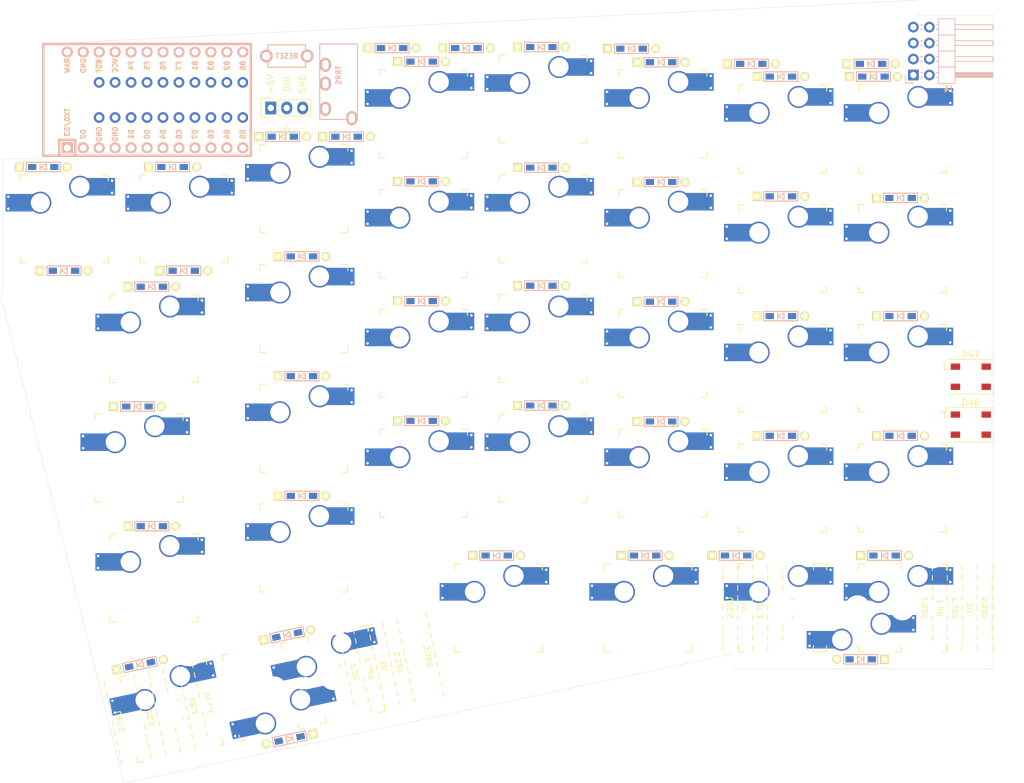
<source format=kicad_pcb>
(kicad_pcb (version 20171130) (host pcbnew "(5.1.5-0-10_14)")
  (layers (0 F.Cu signal) (31 B.Cu signal) (34 B.Paste user) (35 F.Paste user) (36 B.SilkS user) (37 F.SilkS user) (38 B.Mask user) (39 F.Mask user) (44 Edge.Cuts user))
  (net 0 "")
  (net 1 pin6)
  (net 2 pin1)
  (net 3 pin2)
  (net 4 pin3)
  (net 5 pin4)
  (net 6 pin5)
  (net 7 pin7)
  (net 8 "Net-(D8-Pad2)")
  (net 9 "Net-(D9-Pad2)")
  (net 10 "Net-(D11-Pad2)")
  (net 11 "Net-(D12-Pad2)")
  (net 12 pin8)
  (net 13 "Net-(D14-Pad2)")
  (net 14 "Net-(D15-Pad2)")
  (net 15 "Net-(D17-Pad2)")
  (net 16 "Net-(D18-Pad2)")
  (net 17 pin9)
  (net 18 "Net-(D20-Pad2)")
  (net 19 "Net-(D21-Pad2)")
  (net 20 "Net-(D23-Pad2)")
  (net 21 "Net-(D24-Pad2)")
  (net 22 pin10)
  (net 23 "Net-(D26-Pad2)")
  (net 24 "Net-(D27-Pad2)")
  (net 25 "Net-(D29-Pad2)")
  (net 26 "Net-(D30-Pad2)")
  (net 27 "Net-(D32-Pad2)")
  (net 28 "Net-(D33-Pad2)")
  (net 29 "Net-(D35-Pad2)")
  (net 30 "Net-(D36-Pad2)")
  (net 31 "Net-(D38-Pad2)")
  (net 32 "Net-(D39-Pad2)")
  (net 33 "Net-(D41-Pad2)")
  (net 34 "Net-(D42-Pad2)")
  (net 35 "Net-(D44-Pad2)")
  (net 36 "Net-(D45-Pad2)")
  (net 37 "Net-(D46-Pad2)")
  (net 38 "Net-(D47-Pad2)")
  (net 39 d4)
  (net 40 scl-d0)
  (net 41 sda-d1)
  (net 42 data)
  (net 43 led)
  (net 44 f6)
  (net 45 f5)
  (net 46 f4)
  (net 47 GND1)
  (net 48 VCC)
  (net 49 "Net-(J3-PadA)")
  (net 50 "Net-(J4-Pad6)")
  (net 51 "Net-(J4-Pad7)")
  (net 52 "Net-(J4-Pad8)")
  (net 53 reset)
  (net 54 "Net-(U1-Pad24)")
  (net 55 "Net-(D1-Pad1)")
  (net 56 "Net-(D2-Pad2)")
  (net 57 "Net-(D5-Pad2)")
  (net 58 "Net-(D6-Pad2)")
  (net 59 "Net-(D7-Pad2)")
  (net 60 "Net-(D13-Pad2)")
  (net 61 "Net-(D19-Pad2)")
  (net 62 "Net-(D25-Pad2)")
  (net 63 "Net-(D31-Pad2)")
  (net 64 "Net-(D37-Pad2)")
  (net 65 "Net-(D43-Pad2)")
  (net 66 "Net-(D3-Pad2)")
  (net 67 "Net-(D4-Pad1)")
  (net 68 "Net-(D10-Pad1)")
  (net 69 "Net-(D16-Pad1)")
  (net 70 "Net-(D22-Pad1)")
  (net 71 "Net-(D28-Pad1)")
  (net 72 "Net-(D34-Pad1)")
  (net 73 "Net-(D40-Pad1)")
  (module SMK_SU120:D3_TH_SMD (layer F.Cu) (at 41.91 67.97675)
    (fp_text reference D1 hide)
    (fp_text value D hide)
    (pad 1 smd rect (at -1.775 0) (size 1.3 0.95) (layers F.Cu F.Paste F.Mask) (net 55 "Net-(D1-Pad1)"))
    (pad 2 smd rect (at 1.775 0) (size 1.3 0.95) (layers B.Cu B.Paste B.Mask) (net 12 pin8))
    (pad 1 smd rect (at -1.775 0) (size 1.3 0.95) (layers B.Cu B.Paste B.Mask) (net 55 "Net-(D1-Pad1)"))
    (pad 1 thru_hole rect (at -3.81 0) (size 1.397 1.397) (drill 0.8128) (layers *.Cu *.Mask F.SilkS) (net 55 "Net-(D1-Pad1)"))
    (pad 2 thru_hole circle (at 3.81 0) (size 1.397 1.397) (drill 0.8128) (layers *.Cu *.Mask F.SilkS) (net 12 pin8))
    (pad 2 smd rect (at 1.775 0) (size 1.3 0.95) (layers F.Cu F.Paste F.Mask) (net 12 pin8))
  )
  (module SMK_SU120:D3_TH_SMD (layer F.Cu) (at 45.212 84.48675)
    (fp_text reference D2 hide)
    (fp_text value D hide)
    (pad 1 smd rect (at -1.775 0) (size 1.3 0.95) (layers F.Cu F.Paste F.Mask) (net 2 pin1))
    (pad 2 smd rect (at 1.775 0) (size 1.3 0.95) (layers B.Cu B.Paste B.Mask) (net 56 "Net-(D2-Pad2)"))
    (pad 1 smd rect (at -1.775 0) (size 1.3 0.95) (layers B.Cu B.Paste B.Mask) (net 2 pin1))
    (pad 1 thru_hole rect (at -3.81 0) (size 1.397 1.397) (drill 0.8128) (layers *.Cu *.Mask F.SilkS) (net 2 pin1))
    (pad 2 thru_hole circle (at 3.81 0) (size 1.397 1.397) (drill 0.8128) (layers *.Cu *.Mask F.SilkS) (net 56 "Net-(D2-Pad2)"))
    (pad 2 smd rect (at 1.775 0) (size 1.3 0.95) (layers F.Cu F.Paste F.Mask) (net 56 "Net-(D2-Pad2)"))
  )
  (module SMK_SU120:D3_TH_SMD (layer F.Cu) (at 62.484 67.97675)
    (fp_text reference D4 hide)
    (fp_text value D hide)
    (pad 2 smd rect (at 1.775 0) (size 1.3 0.95) (layers F.Cu F.Paste F.Mask) (net 17 pin9))
    (pad 2 thru_hole circle (at 3.81 0) (size 1.397 1.397) (drill 0.8128) (layers *.Cu *.Mask F.SilkS) (net 17 pin9))
    (pad 1 thru_hole rect (at -3.81 0) (size 1.397 1.397) (drill 0.8128) (layers *.Cu *.Mask F.SilkS) (net 67 "Net-(D4-Pad1)"))
    (pad 1 smd rect (at -1.775 0) (size 1.3 0.95) (layers B.Cu B.Paste B.Mask) (net 67 "Net-(D4-Pad1)"))
    (pad 2 smd rect (at 1.775 0) (size 1.3 0.95) (layers B.Cu B.Paste B.Mask) (net 17 pin9))
    (pad 1 smd rect (at -1.775 0) (size 1.3 0.95) (layers F.Cu F.Paste F.Mask) (net 67 "Net-(D4-Pad1)"))
  )
  (module SMK_SU120:D3_TH_SMD (layer F.Cu) (at 64.262 84.48675)
    (fp_text reference D5 hide)
    (fp_text value D hide)
    (pad 1 smd rect (at -1.775 0) (size 1.3 0.95) (layers F.Cu F.Paste F.Mask) (net 2 pin1))
    (pad 2 smd rect (at 1.775 0) (size 1.3 0.95) (layers B.Cu B.Paste B.Mask) (net 57 "Net-(D5-Pad2)"))
    (pad 1 smd rect (at -1.775 0) (size 1.3 0.95) (layers B.Cu B.Paste B.Mask) (net 2 pin1))
    (pad 1 thru_hole rect (at -3.81 0) (size 1.397 1.397) (drill 0.8128) (layers *.Cu *.Mask F.SilkS) (net 2 pin1))
    (pad 2 thru_hole circle (at 3.81 0) (size 1.397 1.397) (drill 0.8128) (layers *.Cu *.Mask F.SilkS) (net 57 "Net-(D5-Pad2)"))
    (pad 2 smd rect (at 1.775 0) (size 1.3 0.95) (layers F.Cu F.Paste F.Mask) (net 57 "Net-(D5-Pad2)"))
  )
  (module SMK_SU120:D3_TH_SMD (layer F.Cu) (at 59.182 87.02675)
    (fp_text reference D6 hide)
    (fp_text value D hide)
    (pad 1 smd rect (at -1.775 0) (size 1.3 0.95) (layers F.Cu F.Paste F.Mask) (net 3 pin2))
    (pad 2 smd rect (at 1.775 0) (size 1.3 0.95) (layers B.Cu B.Paste B.Mask) (net 58 "Net-(D6-Pad2)"))
    (pad 1 smd rect (at -1.775 0) (size 1.3 0.95) (layers B.Cu B.Paste B.Mask) (net 3 pin2))
    (pad 1 thru_hole rect (at -3.81 0) (size 1.397 1.397) (drill 0.8128) (layers *.Cu *.Mask F.SilkS) (net 3 pin2))
    (pad 2 thru_hole circle (at 3.81 0) (size 1.397 1.397) (drill 0.8128) (layers *.Cu *.Mask F.SilkS) (net 58 "Net-(D6-Pad2)"))
    (pad 2 smd rect (at 1.775 0) (size 1.3 0.95) (layers F.Cu F.Paste F.Mask) (net 58 "Net-(D6-Pad2)"))
  )
  (module SMK_SU120:D3_TH_SMD (layer F.Cu) (at 56.896 106.07675)
    (fp_text reference D7 hide)
    (fp_text value D hide)
    (pad 1 smd rect (at -1.775 0) (size 1.3 0.95) (layers F.Cu F.Paste F.Mask) (net 4 pin3))
    (pad 2 smd rect (at 1.775 0) (size 1.3 0.95) (layers B.Cu B.Paste B.Mask) (net 59 "Net-(D7-Pad2)"))
    (pad 1 smd rect (at -1.775 0) (size 1.3 0.95) (layers B.Cu B.Paste B.Mask) (net 4 pin3))
    (pad 1 thru_hole rect (at -3.81 0) (size 1.397 1.397) (drill 0.8128) (layers *.Cu *.Mask F.SilkS) (net 4 pin3))
    (pad 2 thru_hole circle (at 3.81 0) (size 1.397 1.397) (drill 0.8128) (layers *.Cu *.Mask F.SilkS) (net 59 "Net-(D7-Pad2)"))
    (pad 2 smd rect (at 1.775 0) (size 1.3 0.95) (layers F.Cu F.Paste F.Mask) (net 59 "Net-(D7-Pad2)"))
  )
  (module SMK_SU120:D3_TH_SMD (layer F.Cu) (at 59.182 125.12675)
    (fp_text reference D8 hide)
    (fp_text value D hide)
    (pad 1 smd rect (at -1.775 0) (size 1.3 0.95) (layers F.Cu F.Paste F.Mask) (net 5 pin4))
    (pad 2 smd rect (at 1.775 0) (size 1.3 0.95) (layers B.Cu B.Paste B.Mask) (net 8 "Net-(D8-Pad2)"))
    (pad 1 smd rect (at -1.775 0) (size 1.3 0.95) (layers B.Cu B.Paste B.Mask) (net 5 pin4))
    (pad 1 thru_hole rect (at -3.81 0) (size 1.397 1.397) (drill 0.8128) (layers *.Cu *.Mask F.SilkS) (net 5 pin4))
    (pad 2 thru_hole circle (at 3.81 0) (size 1.397 1.397) (drill 0.8128) (layers *.Cu *.Mask F.SilkS) (net 8 "Net-(D8-Pad2)"))
    (pad 2 smd rect (at 1.775 0) (size 1.3 0.95) (layers F.Cu F.Paste F.Mask) (net 8 "Net-(D8-Pad2)"))
  )
  (module SMK_SU120:D3_TH_SMD (layer F.Cu) (at 81.111496 158.957426 192)
    (fp_text reference D9 hide)
    (fp_text value D hide)
    (pad 1 smd rect (at -1.775 0 192) (size 1.3 0.95) (layers F.Cu F.Paste F.Mask) (net 6 pin5))
    (pad 2 smd rect (at 1.775 0 192) (size 1.3 0.95) (layers B.Cu B.Paste B.Mask) (net 9 "Net-(D9-Pad2)"))
    (pad 1 smd rect (at -1.775 0 192) (size 1.3 0.95) (layers B.Cu B.Paste B.Mask) (net 6 pin5))
    (pad 1 thru_hole rect (at -3.81 0 192) (size 1.397 1.397) (drill 0.8128) (layers *.Cu *.Mask F.SilkS) (net 6 pin5))
    (pad 2 thru_hole circle (at 3.81 0 192) (size 1.397 1.397) (drill 0.8128) (layers *.Cu *.Mask F.SilkS) (net 9 "Net-(D9-Pad2)"))
    (pad 2 smd rect (at 1.775 0 192) (size 1.3 0.95) (layers F.Cu F.Paste F.Mask) (net 9 "Net-(D9-Pad2)"))
  )
  (module SMK_SU120:D3_TH_SMD (layer F.Cu) (at 80.01 63.15075)
    (fp_text reference D10 hide)
    (fp_text value D hide)
    (pad 1 smd rect (at -1.775 0) (size 1.3 0.95) (layers F.Cu F.Paste F.Mask) (net 68 "Net-(D10-Pad1)"))
    (pad 2 smd rect (at 1.775 0) (size 1.3 0.95) (layers B.Cu B.Paste B.Mask) (net 22 pin10))
    (pad 1 smd rect (at -1.775 0) (size 1.3 0.95) (layers B.Cu B.Paste B.Mask) (net 68 "Net-(D10-Pad1)"))
    (pad 1 thru_hole rect (at -3.81 0) (size 1.397 1.397) (drill 0.8128) (layers *.Cu *.Mask F.SilkS) (net 68 "Net-(D10-Pad1)"))
    (pad 2 thru_hole circle (at 3.81 0) (size 1.397 1.397) (drill 0.8128) (layers *.Cu *.Mask F.SilkS) (net 22 pin10))
    (pad 2 smd rect (at 1.775 0) (size 1.3 0.95) (layers F.Cu F.Paste F.Mask) (net 22 pin10))
  )
  (module SMK_SU120:D3_TH_SMD (layer F.Cu) (at 90.17 63.15075)
    (fp_text reference D11 hide)
    (fp_text value D hide)
    (pad 1 smd rect (at -1.775 0) (size 1.3 0.95) (layers F.Cu F.Paste F.Mask) (net 2 pin1))
    (pad 2 smd rect (at 1.775 0) (size 1.3 0.95) (layers B.Cu B.Paste B.Mask) (net 10 "Net-(D11-Pad2)"))
    (pad 1 smd rect (at -1.775 0) (size 1.3 0.95) (layers B.Cu B.Paste B.Mask) (net 2 pin1))
    (pad 1 thru_hole rect (at -3.81 0) (size 1.397 1.397) (drill 0.8128) (layers *.Cu *.Mask F.SilkS) (net 2 pin1))
    (pad 2 thru_hole circle (at 3.81 0) (size 1.397 1.397) (drill 0.8128) (layers *.Cu *.Mask F.SilkS) (net 10 "Net-(D11-Pad2)"))
    (pad 2 smd rect (at 1.775 0) (size 1.3 0.95) (layers F.Cu F.Paste F.Mask) (net 10 "Net-(D11-Pad2)"))
  )
  (module SMK_SU120:D3_TH_SMD (layer F.Cu) (at 83.058 82.20075)
    (fp_text reference D12 hide)
    (fp_text value D hide)
    (pad 1 smd rect (at -1.775 0) (size 1.3 0.95) (layers F.Cu F.Paste F.Mask) (net 3 pin2))
    (pad 2 smd rect (at 1.775 0) (size 1.3 0.95) (layers B.Cu B.Paste B.Mask) (net 11 "Net-(D12-Pad2)"))
    (pad 1 smd rect (at -1.775 0) (size 1.3 0.95) (layers B.Cu B.Paste B.Mask) (net 3 pin2))
    (pad 1 thru_hole rect (at -3.81 0) (size 1.397 1.397) (drill 0.8128) (layers *.Cu *.Mask F.SilkS) (net 3 pin2))
    (pad 2 thru_hole circle (at 3.81 0) (size 1.397 1.397) (drill 0.8128) (layers *.Cu *.Mask F.SilkS) (net 11 "Net-(D12-Pad2)"))
    (pad 2 smd rect (at 1.775 0) (size 1.3 0.95) (layers F.Cu F.Paste F.Mask) (net 11 "Net-(D12-Pad2)"))
  )
  (module SMK_SU120:D3_TH_SMD (layer F.Cu) (at 83.058 101.25075)
    (fp_text reference D13 hide)
    (fp_text value D hide)
    (pad 1 smd rect (at -1.775 0) (size 1.3 0.95) (layers F.Cu F.Paste F.Mask) (net 4 pin3))
    (pad 2 smd rect (at 1.775 0) (size 1.3 0.95) (layers B.Cu B.Paste B.Mask) (net 60 "Net-(D13-Pad2)"))
    (pad 1 smd rect (at -1.775 0) (size 1.3 0.95) (layers B.Cu B.Paste B.Mask) (net 4 pin3))
    (pad 1 thru_hole rect (at -3.81 0) (size 1.397 1.397) (drill 0.8128) (layers *.Cu *.Mask F.SilkS) (net 4 pin3))
    (pad 2 thru_hole circle (at 3.81 0) (size 1.397 1.397) (drill 0.8128) (layers *.Cu *.Mask F.SilkS) (net 60 "Net-(D13-Pad2)"))
    (pad 2 smd rect (at 1.775 0) (size 1.3 0.95) (layers F.Cu F.Paste F.Mask) (net 60 "Net-(D13-Pad2)"))
  )
  (module SMK_SU120:D3_TH_SMD (layer F.Cu) (at 83.058 120.30075)
    (fp_text reference D14 hide)
    (fp_text value D hide)
    (pad 1 smd rect (at -1.775 0) (size 1.3 0.95) (layers F.Cu F.Paste F.Mask) (net 5 pin4))
    (pad 2 smd rect (at 1.775 0) (size 1.3 0.95) (layers B.Cu B.Paste B.Mask) (net 13 "Net-(D14-Pad2)"))
    (pad 1 smd rect (at -1.775 0) (size 1.3 0.95) (layers B.Cu B.Paste B.Mask) (net 5 pin4))
    (pad 1 thru_hole rect (at -3.81 0) (size 1.397 1.397) (drill 0.8128) (layers *.Cu *.Mask F.SilkS) (net 5 pin4))
    (pad 2 thru_hole circle (at 3.81 0) (size 1.397 1.397) (drill 0.8128) (layers *.Cu *.Mask F.SilkS) (net 13 "Net-(D14-Pad2)"))
    (pad 2 smd rect (at 1.775 0) (size 1.3 0.95) (layers F.Cu F.Paste F.Mask) (net 13 "Net-(D14-Pad2)"))
  )
  (module SMK_SU120:D3_TH_SMD (layer F.Cu) (at 80.713075 142.422946 12)
    (fp_text reference D15 hide)
    (fp_text value D hide)
    (pad 1 smd rect (at -1.775 0 12) (size 1.3 0.95) (layers F.Cu F.Paste F.Mask) (net 6 pin5))
    (pad 2 smd rect (at 1.775 0 12) (size 1.3 0.95) (layers B.Cu B.Paste B.Mask) (net 14 "Net-(D15-Pad2)"))
    (pad 1 smd rect (at -1.775 0 12) (size 1.3 0.95) (layers B.Cu B.Paste B.Mask) (net 6 pin5))
    (pad 1 thru_hole rect (at -3.81 0 12) (size 1.397 1.397) (drill 0.8128) (layers *.Cu *.Mask F.SilkS) (net 6 pin5))
    (pad 2 thru_hole circle (at 3.81 0 12) (size 1.397 1.397) (drill 0.8128) (layers *.Cu *.Mask F.SilkS) (net 14 "Net-(D15-Pad2)"))
    (pad 2 smd rect (at 1.775 0 12) (size 1.3 0.95) (layers F.Cu F.Paste F.Mask) (net 14 "Net-(D15-Pad2)"))
  )
  (module SMK_SU120:D3_TH_SMD (layer F.Cu) (at 97.409 49.05375)
    (fp_text reference D16 hide)
    (fp_text value D hide)
    (pad 2 smd rect (at 1.775 0) (size 1.3 0.95) (layers F.Cu F.Paste F.Mask) (net 2 pin1))
    (pad 2 thru_hole circle (at 3.81 0) (size 1.397 1.397) (drill 0.8128) (layers *.Cu *.Mask F.SilkS) (net 2 pin1))
    (pad 1 thru_hole rect (at -3.81 0) (size 1.397 1.397) (drill 0.8128) (layers *.Cu *.Mask F.SilkS) (net 69 "Net-(D16-Pad1)"))
    (pad 1 smd rect (at -1.775 0) (size 1.3 0.95) (layers B.Cu B.Paste B.Mask) (net 69 "Net-(D16-Pad1)"))
    (pad 2 smd rect (at 1.775 0) (size 1.3 0.95) (layers B.Cu B.Paste B.Mask) (net 2 pin1))
    (pad 1 smd rect (at -1.775 0) (size 1.3 0.95) (layers F.Cu F.Paste F.Mask) (net 69 "Net-(D16-Pad1)"))
  )
  (module SMK_SU120:D3_TH_SMD (layer F.Cu) (at 102.108 51.21275)
    (fp_text reference D17 hide)
    (fp_text value D hide)
    (pad 2 smd rect (at 1.775 0) (size 1.3 0.95) (layers F.Cu F.Paste F.Mask) (net 15 "Net-(D17-Pad2)"))
    (pad 2 thru_hole circle (at 3.81 0) (size 1.397 1.397) (drill 0.8128) (layers *.Cu *.Mask F.SilkS) (net 15 "Net-(D17-Pad2)"))
    (pad 1 thru_hole rect (at -3.81 0) (size 1.397 1.397) (drill 0.8128) (layers *.Cu *.Mask F.SilkS) (net 1 pin6))
    (pad 1 smd rect (at -1.775 0) (size 1.3 0.95) (layers B.Cu B.Paste B.Mask) (net 1 pin6))
    (pad 2 smd rect (at 1.775 0) (size 1.3 0.95) (layers B.Cu B.Paste B.Mask) (net 15 "Net-(D17-Pad2)"))
    (pad 1 smd rect (at -1.775 0) (size 1.3 0.95) (layers F.Cu F.Paste F.Mask) (net 1 pin6))
  )
  (module SMK_SU120:D3_TH_SMD (layer F.Cu) (at 102.108 70.26275)
    (fp_text reference D18 hide)
    (fp_text value D hide)
    (pad 2 smd rect (at 1.775 0) (size 1.3 0.95) (layers F.Cu F.Paste F.Mask) (net 16 "Net-(D18-Pad2)"))
    (pad 2 thru_hole circle (at 3.81 0) (size 1.397 1.397) (drill 0.8128) (layers *.Cu *.Mask F.SilkS) (net 16 "Net-(D18-Pad2)"))
    (pad 1 thru_hole rect (at -3.81 0) (size 1.397 1.397) (drill 0.8128) (layers *.Cu *.Mask F.SilkS) (net 7 pin7))
    (pad 1 smd rect (at -1.775 0) (size 1.3 0.95) (layers B.Cu B.Paste B.Mask) (net 7 pin7))
    (pad 2 smd rect (at 1.775 0) (size 1.3 0.95) (layers B.Cu B.Paste B.Mask) (net 16 "Net-(D18-Pad2)"))
    (pad 1 smd rect (at -1.775 0) (size 1.3 0.95) (layers F.Cu F.Paste F.Mask) (net 7 pin7))
  )
  (module SMK_SU120:D3_TH_SMD (layer F.Cu) (at 102.108 89.31275)
    (fp_text reference D19 hide)
    (fp_text value D hide)
    (pad 2 smd rect (at 1.775 0) (size 1.3 0.95) (layers F.Cu F.Paste F.Mask) (net 61 "Net-(D19-Pad2)"))
    (pad 2 thru_hole circle (at 3.81 0) (size 1.397 1.397) (drill 0.8128) (layers *.Cu *.Mask F.SilkS) (net 61 "Net-(D19-Pad2)"))
    (pad 1 thru_hole rect (at -3.81 0) (size 1.397 1.397) (drill 0.8128) (layers *.Cu *.Mask F.SilkS) (net 12 pin8))
    (pad 1 smd rect (at -1.775 0) (size 1.3 0.95) (layers B.Cu B.Paste B.Mask) (net 12 pin8))
    (pad 2 smd rect (at 1.775 0) (size 1.3 0.95) (layers B.Cu B.Paste B.Mask) (net 61 "Net-(D19-Pad2)"))
    (pad 1 smd rect (at -1.775 0) (size 1.3 0.95) (layers F.Cu F.Paste F.Mask) (net 12 pin8))
  )
  (module SMK_SU120:D3_TH_SMD (layer F.Cu) (at 102.108 108.36275)
    (fp_text reference D20 hide)
    (fp_text value D hide)
    (pad 2 smd rect (at 1.775 0) (size 1.3 0.95) (layers F.Cu F.Paste F.Mask) (net 18 "Net-(D20-Pad2)"))
    (pad 2 thru_hole circle (at 3.81 0) (size 1.397 1.397) (drill 0.8128) (layers *.Cu *.Mask F.SilkS) (net 18 "Net-(D20-Pad2)"))
    (pad 1 thru_hole rect (at -3.81 0) (size 1.397 1.397) (drill 0.8128) (layers *.Cu *.Mask F.SilkS) (net 17 pin9))
    (pad 1 smd rect (at -1.775 0) (size 1.3 0.95) (layers B.Cu B.Paste B.Mask) (net 17 pin9))
    (pad 2 smd rect (at 1.775 0) (size 1.3 0.95) (layers B.Cu B.Paste B.Mask) (net 18 "Net-(D20-Pad2)"))
    (pad 1 smd rect (at -1.775 0) (size 1.3 0.95) (layers F.Cu F.Paste F.Mask) (net 17 pin9))
  )
  (module SMK_SU120:D3_TH_SMD (layer F.Cu) (at 114.046 129.794)
    (fp_text reference D21 hide)
    (fp_text value D hide)
    (pad 2 smd rect (at 1.775 0) (size 1.3 0.95) (layers F.Cu F.Paste F.Mask) (net 19 "Net-(D21-Pad2)"))
    (pad 2 thru_hole circle (at 3.81 0) (size 1.397 1.397) (drill 0.8128) (layers *.Cu *.Mask F.SilkS) (net 19 "Net-(D21-Pad2)"))
    (pad 1 thru_hole rect (at -3.81 0) (size 1.397 1.397) (drill 0.8128) (layers *.Cu *.Mask F.SilkS) (net 22 pin10))
    (pad 1 smd rect (at -1.775 0) (size 1.3 0.95) (layers B.Cu B.Paste B.Mask) (net 22 pin10))
    (pad 2 smd rect (at 1.775 0) (size 1.3 0.95) (layers B.Cu B.Paste B.Mask) (net 19 "Net-(D21-Pad2)"))
    (pad 1 smd rect (at -1.775 0) (size 1.3 0.95) (layers F.Cu F.Paste F.Mask) (net 22 pin10))
  )
  (module SMK_SU120:D3_TH_SMD (layer F.Cu) (at 109.22 49.05375)
    (fp_text reference D22 hide)
    (fp_text value D hide)
    (pad 1 smd rect (at -1.775 0) (size 1.3 0.95) (layers F.Cu F.Paste F.Mask) (net 70 "Net-(D22-Pad1)"))
    (pad 2 smd rect (at 1.775 0) (size 1.3 0.95) (layers B.Cu B.Paste B.Mask) (net 3 pin2))
    (pad 1 smd rect (at -1.775 0) (size 1.3 0.95) (layers B.Cu B.Paste B.Mask) (net 70 "Net-(D22-Pad1)"))
    (pad 1 thru_hole rect (at -3.81 0) (size 1.397 1.397) (drill 0.8128) (layers *.Cu *.Mask F.SilkS) (net 70 "Net-(D22-Pad1)"))
    (pad 2 thru_hole circle (at 3.81 0) (size 1.397 1.397) (drill 0.8128) (layers *.Cu *.Mask F.SilkS) (net 3 pin2))
    (pad 2 smd rect (at 1.775 0) (size 1.3 0.95) (layers F.Cu F.Paste F.Mask) (net 3 pin2))
  )
  (module SMK_SU120:D3_TH_SMD (layer F.Cu) (at 121.155 48.895)
    (fp_text reference D23 hide)
    (fp_text value D hide)
    (pad 2 smd rect (at 1.775 0) (size 1.3 0.95) (layers F.Cu F.Paste F.Mask) (net 20 "Net-(D23-Pad2)"))
    (pad 2 thru_hole circle (at 3.81 0) (size 1.397 1.397) (drill 0.8128) (layers *.Cu *.Mask F.SilkS) (net 20 "Net-(D23-Pad2)"))
    (pad 1 thru_hole rect (at -3.81 0) (size 1.397 1.397) (drill 0.8128) (layers *.Cu *.Mask F.SilkS) (net 1 pin6))
    (pad 1 smd rect (at -1.775 0) (size 1.3 0.95) (layers B.Cu B.Paste B.Mask) (net 1 pin6))
    (pad 2 smd rect (at 1.775 0) (size 1.3 0.95) (layers B.Cu B.Paste B.Mask) (net 20 "Net-(D23-Pad2)"))
    (pad 1 smd rect (at -1.775 0) (size 1.3 0.95) (layers F.Cu F.Paste F.Mask) (net 1 pin6))
  )
  (module SMK_SU120:D3_TH_SMD (layer F.Cu) (at 121.158 68.072)
    (fp_text reference D24 hide)
    (fp_text value D hide)
    (pad 2 smd rect (at 1.775 0) (size 1.3 0.95) (layers F.Cu F.Paste F.Mask) (net 21 "Net-(D24-Pad2)"))
    (pad 2 thru_hole circle (at 3.81 0) (size 1.397 1.397) (drill 0.8128) (layers *.Cu *.Mask F.SilkS) (net 21 "Net-(D24-Pad2)"))
    (pad 1 thru_hole rect (at -3.81 0) (size 1.397 1.397) (drill 0.8128) (layers *.Cu *.Mask F.SilkS) (net 7 pin7))
    (pad 1 smd rect (at -1.775 0) (size 1.3 0.95) (layers B.Cu B.Paste B.Mask) (net 7 pin7))
    (pad 2 smd rect (at 1.775 0) (size 1.3 0.95) (layers B.Cu B.Paste B.Mask) (net 21 "Net-(D24-Pad2)"))
    (pad 1 smd rect (at -1.775 0) (size 1.3 0.95) (layers F.Cu F.Paste F.Mask) (net 7 pin7))
  )
  (module SMK_SU120:D3_TH_SMD (layer F.Cu) (at 121.158 86.868)
    (fp_text reference D25 hide)
    (fp_text value D hide)
    (pad 2 smd rect (at 1.775 0) (size 1.3 0.95) (layers F.Cu F.Paste F.Mask) (net 62 "Net-(D25-Pad2)"))
    (pad 2 thru_hole circle (at 3.81 0) (size 1.397 1.397) (drill 0.8128) (layers *.Cu *.Mask F.SilkS) (net 62 "Net-(D25-Pad2)"))
    (pad 1 thru_hole rect (at -3.81 0) (size 1.397 1.397) (drill 0.8128) (layers *.Cu *.Mask F.SilkS) (net 12 pin8))
    (pad 1 smd rect (at -1.775 0) (size 1.3 0.95) (layers B.Cu B.Paste B.Mask) (net 12 pin8))
    (pad 2 smd rect (at 1.775 0) (size 1.3 0.95) (layers B.Cu B.Paste B.Mask) (net 62 "Net-(D25-Pad2)"))
    (pad 1 smd rect (at -1.775 0) (size 1.3 0.95) (layers F.Cu F.Paste F.Mask) (net 12 pin8))
  )
  (module SMK_SU120:D3_TH_SMD (layer F.Cu) (at 121.158 105.918)
    (fp_text reference D26 hide)
    (fp_text value D hide)
    (pad 2 smd rect (at 1.775 0) (size 1.3 0.95) (layers F.Cu F.Paste F.Mask) (net 23 "Net-(D26-Pad2)"))
    (pad 2 thru_hole circle (at 3.81 0) (size 1.397 1.397) (drill 0.8128) (layers *.Cu *.Mask F.SilkS) (net 23 "Net-(D26-Pad2)"))
    (pad 1 thru_hole rect (at -3.81 0) (size 1.397 1.397) (drill 0.8128) (layers *.Cu *.Mask F.SilkS) (net 17 pin9))
    (pad 1 smd rect (at -1.775 0) (size 1.3 0.95) (layers B.Cu B.Paste B.Mask) (net 17 pin9))
    (pad 2 smd rect (at 1.775 0) (size 1.3 0.95) (layers B.Cu B.Paste B.Mask) (net 23 "Net-(D26-Pad2)"))
    (pad 1 smd rect (at -1.775 0) (size 1.3 0.95) (layers F.Cu F.Paste F.Mask) (net 17 pin9))
  )
  (module SMK_SU120:D3_TH_SMD (layer F.Cu) (at 137.668 129.794)
    (fp_text reference D27 hide)
    (fp_text value D hide)
    (pad 2 smd rect (at 1.775 0) (size 1.3 0.95) (layers F.Cu F.Paste F.Mask) (net 24 "Net-(D27-Pad2)"))
    (pad 2 thru_hole circle (at 3.81 0) (size 1.397 1.397) (drill 0.8128) (layers *.Cu *.Mask F.SilkS) (net 24 "Net-(D27-Pad2)"))
    (pad 1 thru_hole rect (at -3.81 0) (size 1.397 1.397) (drill 0.8128) (layers *.Cu *.Mask F.SilkS) (net 22 pin10))
    (pad 1 smd rect (at -1.775 0) (size 1.3 0.95) (layers B.Cu B.Paste B.Mask) (net 22 pin10))
    (pad 2 smd rect (at 1.775 0) (size 1.3 0.95) (layers B.Cu B.Paste B.Mask) (net 24 "Net-(D27-Pad2)"))
    (pad 1 smd rect (at -1.775 0) (size 1.3 0.95) (layers F.Cu F.Paste F.Mask) (net 22 pin10))
  )
  (module SMK_SU120:D3_TH_SMD (layer F.Cu) (at 135.509 49.149)
    (fp_text reference D28 hide)
    (fp_text value D hide)
    (pad 2 smd rect (at 1.775 0) (size 1.3 0.95) (layers F.Cu F.Paste F.Mask) (net 4 pin3))
    (pad 2 thru_hole circle (at 3.81 0) (size 1.397 1.397) (drill 0.8128) (layers *.Cu *.Mask F.SilkS) (net 4 pin3))
    (pad 1 thru_hole rect (at -3.81 0) (size 1.397 1.397) (drill 0.8128) (layers *.Cu *.Mask F.SilkS) (net 71 "Net-(D28-Pad1)"))
    (pad 1 smd rect (at -1.775 0) (size 1.3 0.95) (layers B.Cu B.Paste B.Mask) (net 71 "Net-(D28-Pad1)"))
    (pad 2 smd rect (at 1.775 0) (size 1.3 0.95) (layers B.Cu B.Paste B.Mask) (net 4 pin3))
    (pad 1 smd rect (at -1.775 0) (size 1.3 0.95) (layers F.Cu F.Paste F.Mask) (net 71 "Net-(D28-Pad1)"))
  )
  (module SMK_SU120:D3_TH_SMD (layer F.Cu) (at 140.208 51.308)
    (fp_text reference D29 hide)
    (fp_text value D hide)
    (pad 2 smd rect (at 1.775 0) (size 1.3 0.95) (layers F.Cu F.Paste F.Mask) (net 25 "Net-(D29-Pad2)"))
    (pad 2 thru_hole circle (at 3.81 0) (size 1.397 1.397) (drill 0.8128) (layers *.Cu *.Mask F.SilkS) (net 25 "Net-(D29-Pad2)"))
    (pad 1 thru_hole rect (at -3.81 0) (size 1.397 1.397) (drill 0.8128) (layers *.Cu *.Mask F.SilkS) (net 1 pin6))
    (pad 1 smd rect (at -1.775 0) (size 1.3 0.95) (layers B.Cu B.Paste B.Mask) (net 1 pin6))
    (pad 2 smd rect (at 1.775 0) (size 1.3 0.95) (layers B.Cu B.Paste B.Mask) (net 25 "Net-(D29-Pad2)"))
    (pad 1 smd rect (at -1.775 0) (size 1.3 0.95) (layers F.Cu F.Paste F.Mask) (net 1 pin6))
  )
  (module SMK_SU120:D3_TH_SMD (layer F.Cu) (at 140.208 70.358)
    (fp_text reference D30 hide)
    (fp_text value D hide)
    (pad 2 smd rect (at 1.775 0) (size 1.3 0.95) (layers F.Cu F.Paste F.Mask) (net 26 "Net-(D30-Pad2)"))
    (pad 2 thru_hole circle (at 3.81 0) (size 1.397 1.397) (drill 0.8128) (layers *.Cu *.Mask F.SilkS) (net 26 "Net-(D30-Pad2)"))
    (pad 1 thru_hole rect (at -3.81 0) (size 1.397 1.397) (drill 0.8128) (layers *.Cu *.Mask F.SilkS) (net 7 pin7))
    (pad 1 smd rect (at -1.775 0) (size 1.3 0.95) (layers B.Cu B.Paste B.Mask) (net 7 pin7))
    (pad 2 smd rect (at 1.775 0) (size 1.3 0.95) (layers B.Cu B.Paste B.Mask) (net 26 "Net-(D30-Pad2)"))
    (pad 1 smd rect (at -1.775 0) (size 1.3 0.95) (layers F.Cu F.Paste F.Mask) (net 7 pin7))
  )
  (module SMK_SU120:D3_TH_SMD (layer F.Cu) (at 140.208 89.408)
    (fp_text reference D31 hide)
    (fp_text value D hide)
    (pad 2 smd rect (at 1.775 0) (size 1.3 0.95) (layers F.Cu F.Paste F.Mask) (net 63 "Net-(D31-Pad2)"))
    (pad 2 thru_hole circle (at 3.81 0) (size 1.397 1.397) (drill 0.8128) (layers *.Cu *.Mask F.SilkS) (net 63 "Net-(D31-Pad2)"))
    (pad 1 thru_hole rect (at -3.81 0) (size 1.397 1.397) (drill 0.8128) (layers *.Cu *.Mask F.SilkS) (net 12 pin8))
    (pad 1 smd rect (at -1.775 0) (size 1.3 0.95) (layers B.Cu B.Paste B.Mask) (net 12 pin8))
    (pad 2 smd rect (at 1.775 0) (size 1.3 0.95) (layers B.Cu B.Paste B.Mask) (net 63 "Net-(D31-Pad2)"))
    (pad 1 smd rect (at -1.775 0) (size 1.3 0.95) (layers F.Cu F.Paste F.Mask) (net 12 pin8))
  )
  (module SMK_SU120:D3_TH_SMD (layer F.Cu) (at 140.208 108.458)
    (fp_text reference D32 hide)
    (fp_text value D hide)
    (pad 2 smd rect (at 1.775 0) (size 1.3 0.95) (layers F.Cu F.Paste F.Mask) (net 27 "Net-(D32-Pad2)"))
    (pad 2 thru_hole circle (at 3.81 0) (size 1.397 1.397) (drill 0.8128) (layers *.Cu *.Mask F.SilkS) (net 27 "Net-(D32-Pad2)"))
    (pad 1 thru_hole rect (at -3.81 0) (size 1.397 1.397) (drill 0.8128) (layers *.Cu *.Mask F.SilkS) (net 17 pin9))
    (pad 1 smd rect (at -1.775 0) (size 1.3 0.95) (layers B.Cu B.Paste B.Mask) (net 17 pin9))
    (pad 2 smd rect (at 1.775 0) (size 1.3 0.95) (layers B.Cu B.Paste B.Mask) (net 27 "Net-(D32-Pad2)"))
    (pad 1 smd rect (at -1.775 0) (size 1.3 0.95) (layers F.Cu F.Paste F.Mask) (net 17 pin9))
  )
  (module SMK_SU120:D3_TH_SMD (layer F.Cu) (at 152.146 129.794)
    (fp_text reference D33 hide)
    (fp_text value D hide)
    (pad 2 smd rect (at 1.775 0) (size 1.3 0.95) (layers F.Cu F.Paste F.Mask) (net 28 "Net-(D33-Pad2)"))
    (pad 2 thru_hole circle (at 3.81 0) (size 1.397 1.397) (drill 0.8128) (layers *.Cu *.Mask F.SilkS) (net 28 "Net-(D33-Pad2)"))
    (pad 1 thru_hole rect (at -3.81 0) (size 1.397 1.397) (drill 0.8128) (layers *.Cu *.Mask F.SilkS) (net 22 pin10))
    (pad 1 smd rect (at -1.775 0) (size 1.3 0.95) (layers B.Cu B.Paste B.Mask) (net 22 pin10))
    (pad 2 smd rect (at 1.775 0) (size 1.3 0.95) (layers B.Cu B.Paste B.Mask) (net 28 "Net-(D33-Pad2)"))
    (pad 1 smd rect (at -1.775 0) (size 1.3 0.95) (layers F.Cu F.Paste F.Mask) (net 22 pin10))
  )
  (module SMK_SU120:D3_TH_SMD (layer F.Cu) (at 154.559 51.562)
    (fp_text reference D34 hide)
    (fp_text value D hide)
    (pad 1 smd rect (at -1.775 0) (size 1.3 0.95) (layers F.Cu F.Paste F.Mask) (net 72 "Net-(D34-Pad1)"))
    (pad 2 smd rect (at 1.775 0) (size 1.3 0.95) (layers B.Cu B.Paste B.Mask) (net 5 pin4))
    (pad 1 smd rect (at -1.775 0) (size 1.3 0.95) (layers B.Cu B.Paste B.Mask) (net 72 "Net-(D34-Pad1)"))
    (pad 1 thru_hole rect (at -3.81 0) (size 1.397 1.397) (drill 0.8128) (layers *.Cu *.Mask F.SilkS) (net 72 "Net-(D34-Pad1)"))
    (pad 2 thru_hole circle (at 3.81 0) (size 1.397 1.397) (drill 0.8128) (layers *.Cu *.Mask F.SilkS) (net 5 pin4))
    (pad 2 smd rect (at 1.775 0) (size 1.3 0.95) (layers F.Cu F.Paste F.Mask) (net 5 pin4))
  )
  (module SMK_SU120:D3_TH_SMD (layer F.Cu) (at 159.258 53.594)
    (fp_text reference D35 hide)
    (fp_text value D hide)
    (pad 2 smd rect (at 1.775 0) (size 1.3 0.95) (layers F.Cu F.Paste F.Mask) (net 29 "Net-(D35-Pad2)"))
    (pad 2 thru_hole circle (at 3.81 0) (size 1.397 1.397) (drill 0.8128) (layers *.Cu *.Mask F.SilkS) (net 29 "Net-(D35-Pad2)"))
    (pad 1 thru_hole rect (at -3.81 0) (size 1.397 1.397) (drill 0.8128) (layers *.Cu *.Mask F.SilkS) (net 1 pin6))
    (pad 1 smd rect (at -1.775 0) (size 1.3 0.95) (layers B.Cu B.Paste B.Mask) (net 1 pin6))
    (pad 2 smd rect (at 1.775 0) (size 1.3 0.95) (layers B.Cu B.Paste B.Mask) (net 29 "Net-(D35-Pad2)"))
    (pad 1 smd rect (at -1.775 0) (size 1.3 0.95) (layers F.Cu F.Paste F.Mask) (net 1 pin6))
  )
  (module SMK_SU120:D3_TH_SMD (layer F.Cu) (at 159.258 72.644)
    (fp_text reference D36 hide)
    (fp_text value D hide)
    (pad 2 smd rect (at 1.775 0) (size 1.3 0.95) (layers F.Cu F.Paste F.Mask) (net 30 "Net-(D36-Pad2)"))
    (pad 2 thru_hole circle (at 3.81 0) (size 1.397 1.397) (drill 0.8128) (layers *.Cu *.Mask F.SilkS) (net 30 "Net-(D36-Pad2)"))
    (pad 1 thru_hole rect (at -3.81 0) (size 1.397 1.397) (drill 0.8128) (layers *.Cu *.Mask F.SilkS) (net 7 pin7))
    (pad 1 smd rect (at -1.775 0) (size 1.3 0.95) (layers B.Cu B.Paste B.Mask) (net 7 pin7))
    (pad 2 smd rect (at 1.775 0) (size 1.3 0.95) (layers B.Cu B.Paste B.Mask) (net 30 "Net-(D36-Pad2)"))
    (pad 1 smd rect (at -1.775 0) (size 1.3 0.95) (layers F.Cu F.Paste F.Mask) (net 7 pin7))
  )
  (module SMK_SU120:D3_TH_SMD (layer F.Cu) (at 159.258 91.694)
    (fp_text reference D37 hide)
    (fp_text value D hide)
    (pad 2 smd rect (at 1.775 0) (size 1.3 0.95) (layers F.Cu F.Paste F.Mask) (net 64 "Net-(D37-Pad2)"))
    (pad 2 thru_hole circle (at 3.81 0) (size 1.397 1.397) (drill 0.8128) (layers *.Cu *.Mask F.SilkS) (net 64 "Net-(D37-Pad2)"))
    (pad 1 thru_hole rect (at -3.81 0) (size 1.397 1.397) (drill 0.8128) (layers *.Cu *.Mask F.SilkS) (net 12 pin8))
    (pad 1 smd rect (at -1.775 0) (size 1.3 0.95) (layers B.Cu B.Paste B.Mask) (net 12 pin8))
    (pad 2 smd rect (at 1.775 0) (size 1.3 0.95) (layers B.Cu B.Paste B.Mask) (net 64 "Net-(D37-Pad2)"))
    (pad 1 smd rect (at -1.775 0) (size 1.3 0.95) (layers F.Cu F.Paste F.Mask) (net 12 pin8))
  )
  (module SMK_SU120:D3_TH_SMD (layer F.Cu) (at 159.258 110.744)
    (fp_text reference D38 hide)
    (fp_text value D hide)
    (pad 2 smd rect (at 1.775 0) (size 1.3 0.95) (layers F.Cu F.Paste F.Mask) (net 31 "Net-(D38-Pad2)"))
    (pad 2 thru_hole circle (at 3.81 0) (size 1.397 1.397) (drill 0.8128) (layers *.Cu *.Mask F.SilkS) (net 31 "Net-(D38-Pad2)"))
    (pad 1 thru_hole rect (at -3.81 0) (size 1.397 1.397) (drill 0.8128) (layers *.Cu *.Mask F.SilkS) (net 17 pin9))
    (pad 1 smd rect (at -1.775 0) (size 1.3 0.95) (layers B.Cu B.Paste B.Mask) (net 17 pin9))
    (pad 2 smd rect (at 1.775 0) (size 1.3 0.95) (layers B.Cu B.Paste B.Mask) (net 31 "Net-(D38-Pad2)"))
    (pad 1 smd rect (at -1.775 0) (size 1.3 0.95) (layers F.Cu F.Paste F.Mask) (net 17 pin9))
  )
  (module SMK_SU120:D3_TH_SMD (layer F.Cu) (at 171.958 146.304 180)
    (fp_text reference D39 hide)
    (fp_text value D hide)
    (pad 2 smd rect (at 1.775 0 180) (size 1.3 0.95) (layers F.Cu F.Paste F.Mask) (net 32 "Net-(D39-Pad2)"))
    (pad 2 thru_hole circle (at 3.81 0 180) (size 1.397 1.397) (drill 0.8128) (layers *.Cu *.Mask F.SilkS) (net 32 "Net-(D39-Pad2)"))
    (pad 1 thru_hole rect (at -3.81 0 180) (size 1.397 1.397) (drill 0.8128) (layers *.Cu *.Mask F.SilkS) (net 22 pin10))
    (pad 1 smd rect (at -1.775 0 180) (size 1.3 0.95) (layers B.Cu B.Paste B.Mask) (net 22 pin10))
    (pad 2 smd rect (at 1.775 0 180) (size 1.3 0.95) (layers B.Cu B.Paste B.Mask) (net 32 "Net-(D39-Pad2)"))
    (pad 1 smd rect (at -1.775 0 180) (size 1.3 0.95) (layers F.Cu F.Paste F.Mask) (net 22 pin10))
  )
  (module SMK_SU120:D3_TH_SMD (layer F.Cu) (at 173.609 51.562)
    (fp_text reference D40 hide)
    (fp_text value D hide)
    (pad 2 smd rect (at 1.775 0) (size 1.3 0.95) (layers F.Cu F.Paste F.Mask) (net 6 pin5))
    (pad 2 thru_hole circle (at 3.81 0) (size 1.397 1.397) (drill 0.8128) (layers *.Cu *.Mask F.SilkS) (net 6 pin5))
    (pad 1 thru_hole rect (at -3.81 0) (size 1.397 1.397) (drill 0.8128) (layers *.Cu *.Mask F.SilkS) (net 73 "Net-(D40-Pad1)"))
    (pad 1 smd rect (at -1.775 0) (size 1.3 0.95) (layers B.Cu B.Paste B.Mask) (net 73 "Net-(D40-Pad1)"))
    (pad 2 smd rect (at 1.775 0) (size 1.3 0.95) (layers B.Cu B.Paste B.Mask) (net 6 pin5))
    (pad 1 smd rect (at -1.775 0) (size 1.3 0.95) (layers F.Cu F.Paste F.Mask) (net 73 "Net-(D40-Pad1)"))
  )
  (module SMK_SU120:D3_TH_SMD (layer F.Cu) (at 173.99 53.594)
    (fp_text reference D41 hide)
    (fp_text value D hide)
    (pad 2 smd rect (at 1.775 0) (size 1.3 0.95) (layers F.Cu F.Paste F.Mask) (net 33 "Net-(D41-Pad2)"))
    (pad 2 thru_hole circle (at 3.81 0) (size 1.397 1.397) (drill 0.8128) (layers *.Cu *.Mask F.SilkS) (net 33 "Net-(D41-Pad2)"))
    (pad 1 thru_hole rect (at -3.81 0) (size 1.397 1.397) (drill 0.8128) (layers *.Cu *.Mask F.SilkS) (net 1 pin6))
    (pad 1 smd rect (at -1.775 0) (size 1.3 0.95) (layers B.Cu B.Paste B.Mask) (net 1 pin6))
    (pad 2 smd rect (at 1.775 0) (size 1.3 0.95) (layers B.Cu B.Paste B.Mask) (net 33 "Net-(D41-Pad2)"))
    (pad 1 smd rect (at -1.775 0) (size 1.3 0.95) (layers F.Cu F.Paste F.Mask) (net 1 pin6))
  )
  (module SMK_SU120:D3_TH_SMD (layer F.Cu) (at 178.308 72.898)
    (fp_text reference D42 hide)
    (fp_text value D hide)
    (pad 2 smd rect (at 1.775 0) (size 1.3 0.95) (layers F.Cu F.Paste F.Mask) (net 34 "Net-(D42-Pad2)"))
    (pad 2 thru_hole circle (at 3.81 0) (size 1.397 1.397) (drill 0.8128) (layers *.Cu *.Mask F.SilkS) (net 34 "Net-(D42-Pad2)"))
    (pad 1 thru_hole rect (at -3.81 0) (size 1.397 1.397) (drill 0.8128) (layers *.Cu *.Mask F.SilkS) (net 7 pin7))
    (pad 1 smd rect (at -1.775 0) (size 1.3 0.95) (layers B.Cu B.Paste B.Mask) (net 7 pin7))
    (pad 2 smd rect (at 1.775 0) (size 1.3 0.95) (layers B.Cu B.Paste B.Mask) (net 34 "Net-(D42-Pad2)"))
    (pad 1 smd rect (at -1.775 0) (size 1.3 0.95) (layers F.Cu F.Paste F.Mask) (net 7 pin7))
  )
  (module SMK_SU120:D3_TH_SMD (layer F.Cu) (at 178.308 91.694)
    (fp_text reference D43 hide)
    (fp_text value D hide)
    (pad 2 smd rect (at 1.775 0) (size 1.3 0.95) (layers F.Cu F.Paste F.Mask) (net 65 "Net-(D43-Pad2)"))
    (pad 2 thru_hole circle (at 3.81 0) (size 1.397 1.397) (drill 0.8128) (layers *.Cu *.Mask F.SilkS) (net 65 "Net-(D43-Pad2)"))
    (pad 1 thru_hole rect (at -3.81 0) (size 1.397 1.397) (drill 0.8128) (layers *.Cu *.Mask F.SilkS) (net 12 pin8))
    (pad 1 smd rect (at -1.775 0) (size 1.3 0.95) (layers B.Cu B.Paste B.Mask) (net 12 pin8))
    (pad 2 smd rect (at 1.775 0) (size 1.3 0.95) (layers B.Cu B.Paste B.Mask) (net 65 "Net-(D43-Pad2)"))
    (pad 1 smd rect (at -1.775 0) (size 1.3 0.95) (layers F.Cu F.Paste F.Mask) (net 12 pin8))
  )
  (module SMK_SU120:D3_TH_SMD (layer F.Cu) (at 178.308 110.744)
    (fp_text reference D44 hide)
    (fp_text value D hide)
    (pad 2 smd rect (at 1.775 0) (size 1.3 0.95) (layers F.Cu F.Paste F.Mask) (net 35 "Net-(D44-Pad2)"))
    (pad 2 thru_hole circle (at 3.81 0) (size 1.397 1.397) (drill 0.8128) (layers *.Cu *.Mask F.SilkS) (net 35 "Net-(D44-Pad2)"))
    (pad 1 thru_hole rect (at -3.81 0) (size 1.397 1.397) (drill 0.8128) (layers *.Cu *.Mask F.SilkS) (net 17 pin9))
    (pad 1 smd rect (at -1.775 0) (size 1.3 0.95) (layers B.Cu B.Paste B.Mask) (net 17 pin9))
    (pad 2 smd rect (at 1.775 0) (size 1.3 0.95) (layers B.Cu B.Paste B.Mask) (net 35 "Net-(D44-Pad2)"))
    (pad 1 smd rect (at -1.775 0) (size 1.3 0.95) (layers F.Cu F.Paste F.Mask) (net 17 pin9))
  )
  (module SMK_SU120:D3_TH_SMD (layer F.Cu) (at 175.768 129.794)
    (fp_text reference D45 hide)
    (fp_text value D hide)
    (pad 2 smd rect (at 1.775 0) (size 1.3 0.95) (layers F.Cu F.Paste F.Mask) (net 36 "Net-(D45-Pad2)"))
    (pad 2 thru_hole circle (at 3.81 0) (size 1.397 1.397) (drill 0.8128) (layers *.Cu *.Mask F.SilkS) (net 36 "Net-(D45-Pad2)"))
    (pad 1 thru_hole rect (at -3.81 0) (size 1.397 1.397) (drill 0.8128) (layers *.Cu *.Mask F.SilkS) (net 22 pin10))
    (pad 1 smd rect (at -1.775 0) (size 1.3 0.95) (layers B.Cu B.Paste B.Mask) (net 22 pin10))
    (pad 2 smd rect (at 1.775 0) (size 1.3 0.95) (layers B.Cu B.Paste B.Mask) (net 36 "Net-(D45-Pad2)"))
    (pad 1 smd rect (at -1.775 0) (size 1.3 0.95) (layers F.Cu F.Paste F.Mask) (net 22 pin10))
  )
  (module SMK_SU120:PinHeader_1x10_P2.54mm_Vertical (layer F.Cu) (at 50.8 60.10275 90)
    (fp_text reference J1)
    (fp_text value Conn_01x10)
    (pad 10 thru_hole oval (at 0 22.86 90) (size 1.7 1.7) (drill 1) (layers *.Cu *.Mask) (net 22 pin10))
    (pad 9 thru_hole oval (at 0 20.32 90) (size 1.7 1.7) (drill 1) (layers *.Cu *.Mask) (net 17 pin9))
    (pad 8 thru_hole oval (at 0 17.78 90) (size 1.7 1.7) (drill 1) (layers *.Cu *.Mask) (net 12 pin8))
    (pad 7 thru_hole oval (at 0 15.24 90) (size 1.7 1.7) (drill 1) (layers *.Cu *.Mask) (net 7 pin7))
    (pad 6 thru_hole oval (at 0 12.7 90) (size 1.7 1.7) (drill 1) (layers *.Cu *.Mask) (net 1 pin6))
    (pad 5 thru_hole oval (at 0 10.16 90) (size 1.7 1.7) (drill 1) (layers *.Cu *.Mask) (net 39 d4))
    (pad 4 thru_hole oval (at 0 7.62 90) (size 1.7 1.7) (drill 1) (layers *.Cu *.Mask) (net 40 scl-d0))
    (pad 3 thru_hole oval (at 0 5.08 90) (size 1.7 1.7) (drill 1) (layers *.Cu *.Mask) (net 41 sda-d1))
    (pad 2 thru_hole oval (at 0 2.54 90) (size 1.7 1.7) (drill 1) (layers *.Cu *.Mask) (net 42 data))
    (pad 1 thru_hole circle (at 0 0 90) (size 1.7 1.7) (drill 1) (layers *.Cu *.Mask) (net 43 led))
  )
  (module SMK_SU120:PinHeader_1x10_P2.54mm_Vertical (layer F.Cu) (at 73.66 54.51475 270)
    (fp_text reference J2)
    (fp_text value Conn_01x10)
    (pad 1 thru_hole circle (at 0 0 270) (size 1.7 1.7) (drill 1) (layers *.Cu *.Mask) (net 6 pin5))
    (pad 2 thru_hole oval (at 0 2.54 270) (size 1.7 1.7) (drill 1) (layers *.Cu *.Mask) (net 5 pin4))
    (pad 3 thru_hole oval (at 0 5.08 270) (size 1.7 1.7) (drill 1) (layers *.Cu *.Mask) (net 4 pin3))
    (pad 4 thru_hole oval (at 0 7.62 270) (size 1.7 1.7) (drill 1) (layers *.Cu *.Mask) (net 3 pin2))
    (pad 5 thru_hole oval (at 0 10.16 270) (size 1.7 1.7) (drill 1) (layers *.Cu *.Mask) (net 2 pin1))
    (pad 6 thru_hole oval (at 0 12.7 270) (size 1.7 1.7) (drill 1) (layers *.Cu *.Mask) (net 44 f6))
    (pad 7 thru_hole oval (at 0 15.24 270) (size 1.7 1.7) (drill 1) (layers *.Cu *.Mask) (net 45 f5))
    (pad 8 thru_hole oval (at 0 17.78 270) (size 1.7 1.7) (drill 1) (layers *.Cu *.Mask) (net 46 f4))
    (pad 9 thru_hole oval (at 0 20.32 270) (size 1.7 1.7) (drill 1) (layers *.Cu *.Mask) (net 47 GND1))
    (pad 10 thru_hole oval (at 0 22.86 270) (size 1.7 1.7) (drill 1) (layers *.Cu *.Mask) (net 48 VCC))
  )
  (module SMK_SU120:MJ-4PP-9 (layer B.Cu) (at 88.9 48.41875 180)
    (fp_text reference J3)
    (fp_text value MJ-4PP-9 hide)
    (fp_text user TRRS (at 0 -4.96095 90) (layer B.SilkS) (effects (font (size 0.8 0.8)) (justify mirror)))
    (pad "" np_thru_hole circle (at 0 -1.5 180) (size 1.2 1.2) (drill 1.2) (layers *.Cu *.Mask B.SilkS))
    (pad "" np_thru_hole circle (at 0 -8.5 180) (size 1.2 1.2) (drill 1.2) (layers *.Cu *.Mask B.SilkS))
    (pad B thru_hole oval (at 2.1 -3.3 180) (size 1.7 2.2) (drill oval 1 1.5) (layers *.Cu *.Mask B.SilkS) (net 42 data) (clearance 0.15))
    (pad C thru_hole oval (at 2.1 -6.3 180) (size 1.7 2.2) (drill oval 1 1.5) (layers *.Cu *.Mask B.SilkS) (net 47 GND1) (clearance 0.15))
    (pad D thru_hole oval (at 2.1 -10.3 180) (size 1.7 2.2) (drill oval 1 1.5) (layers *.Cu *.Mask B.SilkS) (net 48 VCC) (clearance 0.15))
    (pad A thru_hole oval (at -2.1 -11.8 180) (size 1.7 2.2) (drill oval 1 1.5) (layers *.Cu *.Mask B.SilkS) (net 49 "Net-(J3-PadA)") (clearance 0.15))
  )
  (module SMK_SU120:Pin_Header_Straight_1x03 (layer F.Cu) (at 80.645 58.57875 90)
    (fp_text reference J5 (at -3.81 0 90) (layer F.SilkS))
    (fp_text value Conn_01x03)
    (fp_text user GND (at 3.81 2.54 90) (layer F.SilkS))
    (fp_text user DIN (at 3.81 0 90) (layer F.SilkS))
    (fp_text user +5V (at 3.81 -2.54 90) (layer F.SilkS))
    (pad 1 thru_hole rect (at 0 -2.54 90) (size 2.032 1.7272) (drill 1.016) (layers *.Cu *.Mask) (net 48 VCC))
    (pad 2 thru_hole oval (at 0 0 90) (size 2.032 1.7272) (drill 1.016) (layers *.Cu *.Mask) (net 43 led))
    (pad 3 thru_hole oval (at 0 2.54 90) (size 2.032 1.7272) (drill 1.016) (layers *.Cu *.Mask) (net 47 GND1))
  )
  (module SMK_foostan:CherryMX_Hotswap_v2 (layer F.Cu) (at 45.24375 76.2)
    (fp_text reference SW2)
    (fp_text value SW_Push)
    (pad 2 smd rect (at 5.842 -5.08) (size 4.5 2.8) (layers B.Cu) (net 56 "Net-(D2-Pad2)"))
    (pad 1 smd rect (at -7.085 -2.54) (size 4.5 2.8) (layers B.Cu) (net 55 "Net-(D1-Pad1)"))
    (pad 2 thru_hole circle (at 7.62 -4.118) (size 0.8 0.8) (drill 0.4) (layers *.Cu) (net 56 "Net-(D2-Pad2)"))
    (pad 1 thru_hole circle (at -8.89 -1.578) (size 0.8 0.8) (drill 0.4) (layers *.Cu) (net 55 "Net-(D1-Pad1)"))
    (pad 2 thru_hole circle (at 7.62 -6.042) (size 0.8 0.8) (drill 0.4) (layers *.Cu) (net 56 "Net-(D2-Pad2)"))
    (pad 1 thru_hole circle (at -8.89 -3.502) (size 0.8 0.8) (drill 0.4) (layers *.Cu) (net 55 "Net-(D1-Pad1)"))
    (pad "" np_thru_hole circle (at 5.08 0 48.0996) (size 1.75 1.75) (drill 1.75) (layers *.Cu *.Mask))
    (pad "" np_thru_hole circle (at -5.08 0 48.0996) (size 1.75 1.75) (drill 1.75) (layers *.Cu *.Mask))
    (pad 1 thru_hole circle (at -3.81 -2.54) (size 3.5 3.5) (drill 3) (layers *.Cu) (net 55 "Net-(D1-Pad1)"))
    (pad "" np_thru_hole circle (at 0 0) (size 3.9878 3.9878) (drill 3.9878) (layers *.Cu *.Mask))
    (pad 2 thru_hole circle (at 2.54 -5.08) (size 3.5 3.5) (drill 3) (layers *.Cu) (net 56 "Net-(D2-Pad2)"))
  )
  (module SMK_foostan:CherryMX_Hotswap_v2 (layer F.Cu) (at 64.29375 76.2)
    (fp_text reference SW4)
    (fp_text value SW_Push)
    (pad 2 smd rect (at 5.842 -5.08) (size 4.5 2.8) (layers B.Cu) (net 57 "Net-(D5-Pad2)"))
    (pad 1 smd rect (at -7.085 -2.54) (size 4.5 2.8) (layers B.Cu) (net 67 "Net-(D4-Pad1)"))
    (pad 2 thru_hole circle (at 7.62 -4.118) (size 0.8 0.8) (drill 0.4) (layers *.Cu) (net 57 "Net-(D5-Pad2)"))
    (pad 1 thru_hole circle (at -8.89 -1.578) (size 0.8 0.8) (drill 0.4) (layers *.Cu) (net 67 "Net-(D4-Pad1)"))
    (pad 2 thru_hole circle (at 7.62 -6.042) (size 0.8 0.8) (drill 0.4) (layers *.Cu) (net 57 "Net-(D5-Pad2)"))
    (pad 1 thru_hole circle (at -8.89 -3.502) (size 0.8 0.8) (drill 0.4) (layers *.Cu) (net 67 "Net-(D4-Pad1)"))
    (pad "" np_thru_hole circle (at 5.08 0 48.0996) (size 1.75 1.75) (drill 1.75) (layers *.Cu *.Mask))
    (pad "" np_thru_hole circle (at -5.08 0 48.0996) (size 1.75 1.75) (drill 1.75) (layers *.Cu *.Mask))
    (pad 1 thru_hole circle (at -3.81 -2.54) (size 3.5 3.5) (drill 3) (layers *.Cu) (net 67 "Net-(D4-Pad1)"))
    (pad "" np_thru_hole circle (at 0 0) (size 3.9878 3.9878) (drill 3.9878) (layers *.Cu *.Mask))
    (pad 2 thru_hole circle (at 2.54 -5.08) (size 3.5 3.5) (drill 3) (layers *.Cu) (net 57 "Net-(D5-Pad2)"))
  )
  (module SMK_foostan:CherryMX_Hotswap_v2 (layer F.Cu) (at 59.53125 95.25)
    (fp_text reference SW5)
    (fp_text value SW_Push)
    (pad 2 smd rect (at 5.842 -5.08) (size 4.5 2.8) (layers B.Cu) (net 58 "Net-(D6-Pad2)"))
    (pad 1 smd rect (at -7.085 -2.54) (size 4.5 2.8) (layers B.Cu) (net 67 "Net-(D4-Pad1)"))
    (pad 2 thru_hole circle (at 7.62 -4.118) (size 0.8 0.8) (drill 0.4) (layers *.Cu) (net 58 "Net-(D6-Pad2)"))
    (pad 1 thru_hole circle (at -8.89 -1.578) (size 0.8 0.8) (drill 0.4) (layers *.Cu) (net 67 "Net-(D4-Pad1)"))
    (pad 2 thru_hole circle (at 7.62 -6.042) (size 0.8 0.8) (drill 0.4) (layers *.Cu) (net 58 "Net-(D6-Pad2)"))
    (pad 1 thru_hole circle (at -8.89 -3.502) (size 0.8 0.8) (drill 0.4) (layers *.Cu) (net 67 "Net-(D4-Pad1)"))
    (pad "" np_thru_hole circle (at 5.08 0 48.0996) (size 1.75 1.75) (drill 1.75) (layers *.Cu *.Mask))
    (pad "" np_thru_hole circle (at -5.08 0 48.0996) (size 1.75 1.75) (drill 1.75) (layers *.Cu *.Mask))
    (pad 1 thru_hole circle (at -3.81 -2.54) (size 3.5 3.5) (drill 3) (layers *.Cu) (net 67 "Net-(D4-Pad1)"))
    (pad "" np_thru_hole circle (at 0 0) (size 3.9878 3.9878) (drill 3.9878) (layers *.Cu *.Mask))
    (pad 2 thru_hole circle (at 2.54 -5.08) (size 3.5 3.5) (drill 3) (layers *.Cu) (net 58 "Net-(D6-Pad2)"))
  )
  (module SMK_foostan:CherryMX_Hotswap_v2 (layer F.Cu) (at 57.15 114.3)
    (fp_text reference SW6)
    (fp_text value SW_Push)
    (pad 2 smd rect (at 5.842 -5.08) (size 4.5 2.8) (layers B.Cu) (net 59 "Net-(D7-Pad2)"))
    (pad 1 smd rect (at -7.085 -2.54) (size 4.5 2.8) (layers B.Cu) (net 67 "Net-(D4-Pad1)"))
    (pad 2 thru_hole circle (at 7.62 -4.118) (size 0.8 0.8) (drill 0.4) (layers *.Cu) (net 59 "Net-(D7-Pad2)"))
    (pad 1 thru_hole circle (at -8.89 -1.578) (size 0.8 0.8) (drill 0.4) (layers *.Cu) (net 67 "Net-(D4-Pad1)"))
    (pad 2 thru_hole circle (at 7.62 -6.042) (size 0.8 0.8) (drill 0.4) (layers *.Cu) (net 59 "Net-(D7-Pad2)"))
    (pad 1 thru_hole circle (at -8.89 -3.502) (size 0.8 0.8) (drill 0.4) (layers *.Cu) (net 67 "Net-(D4-Pad1)"))
    (pad "" np_thru_hole circle (at 5.08 0 48.0996) (size 1.75 1.75) (drill 1.75) (layers *.Cu *.Mask))
    (pad "" np_thru_hole circle (at -5.08 0 48.0996) (size 1.75 1.75) (drill 1.75) (layers *.Cu *.Mask))
    (pad 1 thru_hole circle (at -3.81 -2.54) (size 3.5 3.5) (drill 3) (layers *.Cu) (net 67 "Net-(D4-Pad1)"))
    (pad "" np_thru_hole circle (at 0 0) (size 3.9878 3.9878) (drill 3.9878) (layers *.Cu *.Mask))
    (pad 2 thru_hole circle (at 2.54 -5.08) (size 3.5 3.5) (drill 3) (layers *.Cu) (net 59 "Net-(D7-Pad2)"))
  )
  (module SMK_foostan:CherryMX_Hotswap_v2 (layer F.Cu) (at 59.53125 133.35)
    (fp_text reference SW7)
    (fp_text value SW_Push)
    (pad 2 smd rect (at 5.842 -5.08) (size 4.5 2.8) (layers B.Cu) (net 8 "Net-(D8-Pad2)"))
    (pad 1 smd rect (at -7.085 -2.54) (size 4.5 2.8) (layers B.Cu) (net 67 "Net-(D4-Pad1)"))
    (pad 2 thru_hole circle (at 7.62 -4.118) (size 0.8 0.8) (drill 0.4) (layers *.Cu) (net 8 "Net-(D8-Pad2)"))
    (pad 1 thru_hole circle (at -8.89 -1.578) (size 0.8 0.8) (drill 0.4) (layers *.Cu) (net 67 "Net-(D4-Pad1)"))
    (pad 2 thru_hole circle (at 7.62 -6.042) (size 0.8 0.8) (drill 0.4) (layers *.Cu) (net 8 "Net-(D8-Pad2)"))
    (pad 1 thru_hole circle (at -8.89 -3.502) (size 0.8 0.8) (drill 0.4) (layers *.Cu) (net 67 "Net-(D4-Pad1)"))
    (pad "" np_thru_hole circle (at 5.08 0 48.0996) (size 1.75 1.75) (drill 1.75) (layers *.Cu *.Mask))
    (pad "" np_thru_hole circle (at -5.08 0 48.0996) (size 1.75 1.75) (drill 1.75) (layers *.Cu *.Mask))
    (pad 1 thru_hole circle (at -3.81 -2.54) (size 3.5 3.5) (drill 3) (layers *.Cu) (net 67 "Net-(D4-Pad1)"))
    (pad "" np_thru_hole circle (at 0 0) (size 3.9878 3.9878) (drill 3.9878) (layers *.Cu *.Mask))
    (pad 2 thru_hole circle (at 2.54 -5.08) (size 3.5 3.5) (drill 3) (layers *.Cu) (net 8 "Net-(D8-Pad2)"))
  )
  (module SMK_foostan:CherryMX_Hotswap_v2 (layer F.Cu) (at 78.643234 151.010193 192)
    (fp_text reference SW8)
    (fp_text value SW_Push)
    (pad 2 smd rect (at 5.842 -5.08 192) (size 4.5 2.8) (layers B.Cu) (net 9 "Net-(D9-Pad2)"))
    (pad 1 smd rect (at -7.085 -2.54 192) (size 4.5 2.8) (layers B.Cu) (net 67 "Net-(D4-Pad1)"))
    (pad 2 thru_hole circle (at 7.62 -4.118 192) (size 0.8 0.8) (drill 0.4) (layers *.Cu) (net 9 "Net-(D9-Pad2)"))
    (pad 1 thru_hole circle (at -8.89 -1.578 192) (size 0.8 0.8) (drill 0.4) (layers *.Cu) (net 67 "Net-(D4-Pad1)"))
    (pad 2 thru_hole circle (at 7.62 -6.042 192) (size 0.8 0.8) (drill 0.4) (layers *.Cu) (net 9 "Net-(D9-Pad2)"))
    (pad 1 thru_hole circle (at -8.89 -3.502 192) (size 0.8 0.8) (drill 0.4) (layers *.Cu) (net 67 "Net-(D4-Pad1)"))
    (pad "" np_thru_hole circle (at 5.08 0 240.0996) (size 1.75 1.75) (drill 1.75) (layers *.Cu *.Mask))
    (pad "" np_thru_hole circle (at -5.08 0 240.0996) (size 1.75 1.75) (drill 1.75) (layers *.Cu *.Mask))
    (pad 1 thru_hole circle (at -3.81 -2.54 192) (size 3.5 3.5) (drill 3) (layers *.Cu) (net 67 "Net-(D4-Pad1)"))
    (pad "" np_thru_hole circle (at 0 0 192) (size 3.9878 3.9878) (drill 3.9878) (layers *.Cu *.Mask))
    (pad 2 thru_hole circle (at 2.54 -5.08 192) (size 3.5 3.5) (drill 3) (layers *.Cu) (net 9 "Net-(D9-Pad2)"))
  )
  (module SMK_SU120:ResetSW (layer B.Cu) (at 80.645 50.32375 180)
    (fp_text reference SW1 hide)
    (fp_text value SW_Push)
    (fp_text user RESET (at 0 0 180) (layer B.SilkS) (effects (font (size 0.8 0.8)) (justify mirror)))
    (pad 2 thru_hole circle (at -3.25 0 180) (size 2 2) (drill 1.3) (layers *.Cu *.Mask B.SilkS) (net 47 GND1))
    (pad 1 thru_hole circle (at 3.25 0 180) (size 2 2) (drill 1.3) (layers *.Cu *.Mask B.SilkS) (net 53 reset))
  )
  (module SMK_foostan:CherryMX_Hotswap_v2 (layer F.Cu) (at 83.34375 71.4375)
    (fp_text reference SW9)
    (fp_text value SW_Push)
    (pad 2 smd rect (at 5.842 -5.08) (size 4.5 2.8) (layers B.Cu) (net 10 "Net-(D11-Pad2)"))
    (pad 1 smd rect (at -7.085 -2.54) (size 4.5 2.8) (layers B.Cu) (net 68 "Net-(D10-Pad1)"))
    (pad 2 thru_hole circle (at 7.62 -4.118) (size 0.8 0.8) (drill 0.4) (layers *.Cu) (net 10 "Net-(D11-Pad2)"))
    (pad 1 thru_hole circle (at -8.89 -1.578) (size 0.8 0.8) (drill 0.4) (layers *.Cu) (net 68 "Net-(D10-Pad1)"))
    (pad 2 thru_hole circle (at 7.62 -6.042) (size 0.8 0.8) (drill 0.4) (layers *.Cu) (net 10 "Net-(D11-Pad2)"))
    (pad 1 thru_hole circle (at -8.89 -3.502) (size 0.8 0.8) (drill 0.4) (layers *.Cu) (net 68 "Net-(D10-Pad1)"))
    (pad "" np_thru_hole circle (at 5.08 0 48.0996) (size 1.75 1.75) (drill 1.75) (layers *.Cu *.Mask))
    (pad "" np_thru_hole circle (at -5.08 0 48.0996) (size 1.75 1.75) (drill 1.75) (layers *.Cu *.Mask))
    (pad 1 thru_hole circle (at -3.81 -2.54) (size 3.5 3.5) (drill 3) (layers *.Cu) (net 68 "Net-(D10-Pad1)"))
    (pad "" np_thru_hole circle (at 0 0) (size 3.9878 3.9878) (drill 3.9878) (layers *.Cu *.Mask))
    (pad 2 thru_hole circle (at 2.54 -5.08) (size 3.5 3.5) (drill 3) (layers *.Cu) (net 10 "Net-(D11-Pad2)"))
  )
  (module SMK_foostan:CherryMX_Hotswap_v2 (layer F.Cu) (at 83.34375 90.4875)
    (fp_text reference SW10)
    (fp_text value SW_Push)
    (pad 2 smd rect (at 5.842 -5.08) (size 4.5 2.8) (layers B.Cu) (net 11 "Net-(D12-Pad2)"))
    (pad 1 smd rect (at -7.085 -2.54) (size 4.5 2.8) (layers B.Cu) (net 68 "Net-(D10-Pad1)"))
    (pad 2 thru_hole circle (at 7.62 -4.118) (size 0.8 0.8) (drill 0.4) (layers *.Cu) (net 11 "Net-(D12-Pad2)"))
    (pad 1 thru_hole circle (at -8.89 -1.578) (size 0.8 0.8) (drill 0.4) (layers *.Cu) (net 68 "Net-(D10-Pad1)"))
    (pad 2 thru_hole circle (at 7.62 -6.042) (size 0.8 0.8) (drill 0.4) (layers *.Cu) (net 11 "Net-(D12-Pad2)"))
    (pad 1 thru_hole circle (at -8.89 -3.502) (size 0.8 0.8) (drill 0.4) (layers *.Cu) (net 68 "Net-(D10-Pad1)"))
    (pad "" np_thru_hole circle (at 5.08 0 48.0996) (size 1.75 1.75) (drill 1.75) (layers *.Cu *.Mask))
    (pad "" np_thru_hole circle (at -5.08 0 48.0996) (size 1.75 1.75) (drill 1.75) (layers *.Cu *.Mask))
    (pad 1 thru_hole circle (at -3.81 -2.54) (size 3.5 3.5) (drill 3) (layers *.Cu) (net 68 "Net-(D10-Pad1)"))
    (pad "" np_thru_hole circle (at 0 0) (size 3.9878 3.9878) (drill 3.9878) (layers *.Cu *.Mask))
    (pad 2 thru_hole circle (at 2.54 -5.08) (size 3.5 3.5) (drill 3) (layers *.Cu) (net 11 "Net-(D12-Pad2)"))
  )
  (module SMK_foostan:CherryMX_Hotswap_v2 (layer F.Cu) (at 83.34375 109.5375)
    (fp_text reference SW11)
    (fp_text value SW_Push)
    (pad 2 smd rect (at 5.842 -5.08) (size 4.5 2.8) (layers B.Cu) (net 60 "Net-(D13-Pad2)"))
    (pad 1 smd rect (at -7.085 -2.54) (size 4.5 2.8) (layers B.Cu) (net 68 "Net-(D10-Pad1)"))
    (pad 2 thru_hole circle (at 7.62 -4.118) (size 0.8 0.8) (drill 0.4) (layers *.Cu) (net 60 "Net-(D13-Pad2)"))
    (pad 1 thru_hole circle (at -8.89 -1.578) (size 0.8 0.8) (drill 0.4) (layers *.Cu) (net 68 "Net-(D10-Pad1)"))
    (pad 2 thru_hole circle (at 7.62 -6.042) (size 0.8 0.8) (drill 0.4) (layers *.Cu) (net 60 "Net-(D13-Pad2)"))
    (pad 1 thru_hole circle (at -8.89 -3.502) (size 0.8 0.8) (drill 0.4) (layers *.Cu) (net 68 "Net-(D10-Pad1)"))
    (pad "" np_thru_hole circle (at 5.08 0 48.0996) (size 1.75 1.75) (drill 1.75) (layers *.Cu *.Mask))
    (pad "" np_thru_hole circle (at -5.08 0 48.0996) (size 1.75 1.75) (drill 1.75) (layers *.Cu *.Mask))
    (pad 1 thru_hole circle (at -3.81 -2.54) (size 3.5 3.5) (drill 3) (layers *.Cu) (net 68 "Net-(D10-Pad1)"))
    (pad "" np_thru_hole circle (at 0 0) (size 3.9878 3.9878) (drill 3.9878) (layers *.Cu *.Mask))
    (pad 2 thru_hole circle (at 2.54 -5.08) (size 3.5 3.5) (drill 3) (layers *.Cu) (net 60 "Net-(D13-Pad2)"))
  )
  (module SMK_foostan:CherryMX_Hotswap_v2 (layer F.Cu) (at 83.34375 128.5875)
    (fp_text reference SW12)
    (fp_text value SW_Push)
    (pad 2 smd rect (at 5.842 -5.08) (size 4.5 2.8) (layers B.Cu) (net 13 "Net-(D14-Pad2)"))
    (pad 1 smd rect (at -7.085 -2.54) (size 4.5 2.8) (layers B.Cu) (net 68 "Net-(D10-Pad1)"))
    (pad 2 thru_hole circle (at 7.62 -4.118) (size 0.8 0.8) (drill 0.4) (layers *.Cu) (net 13 "Net-(D14-Pad2)"))
    (pad 1 thru_hole circle (at -8.89 -1.578) (size 0.8 0.8) (drill 0.4) (layers *.Cu) (net 68 "Net-(D10-Pad1)"))
    (pad 2 thru_hole circle (at 7.62 -6.042) (size 0.8 0.8) (drill 0.4) (layers *.Cu) (net 13 "Net-(D14-Pad2)"))
    (pad 1 thru_hole circle (at -8.89 -3.502) (size 0.8 0.8) (drill 0.4) (layers *.Cu) (net 68 "Net-(D10-Pad1)"))
    (pad "" np_thru_hole circle (at 5.08 0 48.0996) (size 1.75 1.75) (drill 1.75) (layers *.Cu *.Mask))
    (pad "" np_thru_hole circle (at -5.08 0 48.0996) (size 1.75 1.75) (drill 1.75) (layers *.Cu *.Mask))
    (pad 1 thru_hole circle (at -3.81 -2.54) (size 3.5 3.5) (drill 3) (layers *.Cu) (net 68 "Net-(D10-Pad1)"))
    (pad "" np_thru_hole circle (at 0 0) (size 3.9878 3.9878) (drill 3.9878) (layers *.Cu *.Mask))
    (pad 2 thru_hole circle (at 2.54 -5.08) (size 3.5 3.5) (drill 3) (layers *.Cu) (net 13 "Net-(D14-Pad2)"))
  )
  (module SMK_foostan:CherryMX_Hotswap_v2 (layer F.Cu) (at 87.993095 149.185113 12)
    (fp_text reference SW13)
    (fp_text value SW_Push)
    (pad 2 smd rect (at 5.842 -5.08 12) (size 4.5 2.8) (layers B.Cu) (net 14 "Net-(D15-Pad2)"))
    (pad 1 smd rect (at -7.085 -2.54 12) (size 4.5 2.8) (layers B.Cu) (net 68 "Net-(D10-Pad1)"))
    (pad 2 thru_hole circle (at 7.62 -4.118 12) (size 0.8 0.8) (drill 0.4) (layers *.Cu) (net 14 "Net-(D15-Pad2)"))
    (pad 1 thru_hole circle (at -8.89 -1.578 12) (size 0.8 0.8) (drill 0.4) (layers *.Cu) (net 68 "Net-(D10-Pad1)"))
    (pad 2 thru_hole circle (at 7.62 -6.042 12) (size 0.8 0.8) (drill 0.4) (layers *.Cu) (net 14 "Net-(D15-Pad2)"))
    (pad 1 thru_hole circle (at -8.89 -3.502 12) (size 0.8 0.8) (drill 0.4) (layers *.Cu) (net 68 "Net-(D10-Pad1)"))
    (pad "" np_thru_hole circle (at 5.08 0 60.0996) (size 1.75 1.75) (drill 1.75) (layers *.Cu *.Mask))
    (pad "" np_thru_hole circle (at -5.08 0 60.0996) (size 1.75 1.75) (drill 1.75) (layers *.Cu *.Mask))
    (pad 1 thru_hole circle (at -3.81 -2.54 12) (size 3.5 3.5) (drill 3) (layers *.Cu) (net 68 "Net-(D10-Pad1)"))
    (pad "" np_thru_hole circle (at 0 0 12) (size 3.9878 3.9878) (drill 3.9878) (layers *.Cu *.Mask))
    (pad 2 thru_hole circle (at 2.54 -5.08 12) (size 3.5 3.5) (drill 3) (layers *.Cu) (net 14 "Net-(D15-Pad2)"))
  )
  (module SMK_foostan:CherryMX_Hotswap_v2 (layer F.Cu) (at 102.39375 59.53125)
    (fp_text reference SW14)
    (fp_text value SW_Push)
    (pad 2 smd rect (at 5.842 -5.08) (size 4.5 2.8) (layers B.Cu) (net 15 "Net-(D17-Pad2)"))
    (pad 1 smd rect (at -7.085 -2.54) (size 4.5 2.8) (layers B.Cu) (net 69 "Net-(D16-Pad1)"))
    (pad 2 thru_hole circle (at 7.62 -4.118) (size 0.8 0.8) (drill 0.4) (layers *.Cu) (net 15 "Net-(D17-Pad2)"))
    (pad 1 thru_hole circle (at -8.89 -1.578) (size 0.8 0.8) (drill 0.4) (layers *.Cu) (net 69 "Net-(D16-Pad1)"))
    (pad 2 thru_hole circle (at 7.62 -6.042) (size 0.8 0.8) (drill 0.4) (layers *.Cu) (net 15 "Net-(D17-Pad2)"))
    (pad 1 thru_hole circle (at -8.89 -3.502) (size 0.8 0.8) (drill 0.4) (layers *.Cu) (net 69 "Net-(D16-Pad1)"))
    (pad "" np_thru_hole circle (at 5.08 0 48.0996) (size 1.75 1.75) (drill 1.75) (layers *.Cu *.Mask))
    (pad "" np_thru_hole circle (at -5.08 0 48.0996) (size 1.75 1.75) (drill 1.75) (layers *.Cu *.Mask))
    (pad 1 thru_hole circle (at -3.81 -2.54) (size 3.5 3.5) (drill 3) (layers *.Cu) (net 69 "Net-(D16-Pad1)"))
    (pad "" np_thru_hole circle (at 0 0) (size 3.9878 3.9878) (drill 3.9878) (layers *.Cu *.Mask))
    (pad 2 thru_hole circle (at 2.54 -5.08) (size 3.5 3.5) (drill 3) (layers *.Cu) (net 15 "Net-(D17-Pad2)"))
  )
  (module SMK_foostan:CherryMX_Hotswap_v2 (layer F.Cu) (at 102.39375 78.58125)
    (fp_text reference SW15)
    (fp_text value SW_Push)
    (pad 2 smd rect (at 5.842 -5.08) (size 4.5 2.8) (layers B.Cu) (net 16 "Net-(D18-Pad2)"))
    (pad 1 smd rect (at -7.085 -2.54) (size 4.5 2.8) (layers B.Cu) (net 69 "Net-(D16-Pad1)"))
    (pad 2 thru_hole circle (at 7.62 -4.118) (size 0.8 0.8) (drill 0.4) (layers *.Cu) (net 16 "Net-(D18-Pad2)"))
    (pad 1 thru_hole circle (at -8.89 -1.578) (size 0.8 0.8) (drill 0.4) (layers *.Cu) (net 69 "Net-(D16-Pad1)"))
    (pad 2 thru_hole circle (at 7.62 -6.042) (size 0.8 0.8) (drill 0.4) (layers *.Cu) (net 16 "Net-(D18-Pad2)"))
    (pad 1 thru_hole circle (at -8.89 -3.502) (size 0.8 0.8) (drill 0.4) (layers *.Cu) (net 69 "Net-(D16-Pad1)"))
    (pad "" np_thru_hole circle (at 5.08 0 48.0996) (size 1.75 1.75) (drill 1.75) (layers *.Cu *.Mask))
    (pad "" np_thru_hole circle (at -5.08 0 48.0996) (size 1.75 1.75) (drill 1.75) (layers *.Cu *.Mask))
    (pad 1 thru_hole circle (at -3.81 -2.54) (size 3.5 3.5) (drill 3) (layers *.Cu) (net 69 "Net-(D16-Pad1)"))
    (pad "" np_thru_hole circle (at 0 0) (size 3.9878 3.9878) (drill 3.9878) (layers *.Cu *.Mask))
    (pad 2 thru_hole circle (at 2.54 -5.08) (size 3.5 3.5) (drill 3) (layers *.Cu) (net 16 "Net-(D18-Pad2)"))
  )
  (module SMK_foostan:CherryMX_Hotswap_v2 (layer F.Cu) (at 102.39375 97.63125)
    (fp_text reference SW16)
    (fp_text value SW_Push)
    (pad 2 smd rect (at 5.842 -5.08) (size 4.5 2.8) (layers B.Cu) (net 61 "Net-(D19-Pad2)"))
    (pad 1 smd rect (at -7.085 -2.54) (size 4.5 2.8) (layers B.Cu) (net 69 "Net-(D16-Pad1)"))
    (pad 2 thru_hole circle (at 7.62 -4.118) (size 0.8 0.8) (drill 0.4) (layers *.Cu) (net 61 "Net-(D19-Pad2)"))
    (pad 1 thru_hole circle (at -8.89 -1.578) (size 0.8 0.8) (drill 0.4) (layers *.Cu) (net 69 "Net-(D16-Pad1)"))
    (pad 2 thru_hole circle (at 7.62 -6.042) (size 0.8 0.8) (drill 0.4) (layers *.Cu) (net 61 "Net-(D19-Pad2)"))
    (pad 1 thru_hole circle (at -8.89 -3.502) (size 0.8 0.8) (drill 0.4) (layers *.Cu) (net 69 "Net-(D16-Pad1)"))
    (pad "" np_thru_hole circle (at 5.08 0 48.0996) (size 1.75 1.75) (drill 1.75) (layers *.Cu *.Mask))
    (pad "" np_thru_hole circle (at -5.08 0 48.0996) (size 1.75 1.75) (drill 1.75) (layers *.Cu *.Mask))
    (pad 1 thru_hole circle (at -3.81 -2.54) (size 3.5 3.5) (drill 3) (layers *.Cu) (net 69 "Net-(D16-Pad1)"))
    (pad "" np_thru_hole circle (at 0 0) (size 3.9878 3.9878) (drill 3.9878) (layers *.Cu *.Mask))
    (pad 2 thru_hole circle (at 2.54 -5.08) (size 3.5 3.5) (drill 3) (layers *.Cu) (net 61 "Net-(D19-Pad2)"))
  )
  (module SMK_foostan:CherryMX_Hotswap_v2 (layer F.Cu) (at 102.39375 116.68125)
    (fp_text reference SW17)
    (fp_text value SW_Push)
    (pad 2 smd rect (at 5.842 -5.08) (size 4.5 2.8) (layers B.Cu) (net 18 "Net-(D20-Pad2)"))
    (pad 1 smd rect (at -7.085 -2.54) (size 4.5 2.8) (layers B.Cu) (net 69 "Net-(D16-Pad1)"))
    (pad 2 thru_hole circle (at 7.62 -4.118) (size 0.8 0.8) (drill 0.4) (layers *.Cu) (net 18 "Net-(D20-Pad2)"))
    (pad 1 thru_hole circle (at -8.89 -1.578) (size 0.8 0.8) (drill 0.4) (layers *.Cu) (net 69 "Net-(D16-Pad1)"))
    (pad 2 thru_hole circle (at 7.62 -6.042) (size 0.8 0.8) (drill 0.4) (layers *.Cu) (net 18 "Net-(D20-Pad2)"))
    (pad 1 thru_hole circle (at -8.89 -3.502) (size 0.8 0.8) (drill 0.4) (layers *.Cu) (net 69 "Net-(D16-Pad1)"))
    (pad "" np_thru_hole circle (at 5.08 0 48.0996) (size 1.75 1.75) (drill 1.75) (layers *.Cu *.Mask))
    (pad "" np_thru_hole circle (at -5.08 0 48.0996) (size 1.75 1.75) (drill 1.75) (layers *.Cu *.Mask))
    (pad 1 thru_hole circle (at -3.81 -2.54) (size 3.5 3.5) (drill 3) (layers *.Cu) (net 69 "Net-(D16-Pad1)"))
    (pad "" np_thru_hole circle (at 0 0) (size 3.9878 3.9878) (drill 3.9878) (layers *.Cu *.Mask))
    (pad 2 thru_hole circle (at 2.54 -5.08) (size 3.5 3.5) (drill 3) (layers *.Cu) (net 18 "Net-(D20-Pad2)"))
  )
  (module SMK_foostan:CherryMX_Hotswap_v2 (layer F.Cu) (at 114.3 138.1125)
    (fp_text reference SW18)
    (fp_text value SW_Push)
    (pad 2 smd rect (at 5.842 -5.08) (size 4.5 2.8) (layers B.Cu) (net 19 "Net-(D21-Pad2)"))
    (pad 1 smd rect (at -7.085 -2.54) (size 4.5 2.8) (layers B.Cu) (net 69 "Net-(D16-Pad1)"))
    (pad 2 thru_hole circle (at 7.62 -4.118) (size 0.8 0.8) (drill 0.4) (layers *.Cu) (net 19 "Net-(D21-Pad2)"))
    (pad 1 thru_hole circle (at -8.89 -1.578) (size 0.8 0.8) (drill 0.4) (layers *.Cu) (net 69 "Net-(D16-Pad1)"))
    (pad 2 thru_hole circle (at 7.62 -6.042) (size 0.8 0.8) (drill 0.4) (layers *.Cu) (net 19 "Net-(D21-Pad2)"))
    (pad 1 thru_hole circle (at -8.89 -3.502) (size 0.8 0.8) (drill 0.4) (layers *.Cu) (net 69 "Net-(D16-Pad1)"))
    (pad "" np_thru_hole circle (at 5.08 0 48.0996) (size 1.75 1.75) (drill 1.75) (layers *.Cu *.Mask))
    (pad "" np_thru_hole circle (at -5.08 0 48.0996) (size 1.75 1.75) (drill 1.75) (layers *.Cu *.Mask))
    (pad 1 thru_hole circle (at -3.81 -2.54) (size 3.5 3.5) (drill 3) (layers *.Cu) (net 69 "Net-(D16-Pad1)"))
    (pad "" np_thru_hole circle (at 0 0) (size 3.9878 3.9878) (drill 3.9878) (layers *.Cu *.Mask))
    (pad 2 thru_hole circle (at 2.54 -5.08) (size 3.5 3.5) (drill 3) (layers *.Cu) (net 19 "Net-(D21-Pad2)"))
  )
  (module SMK_foostan:CherryMX_Hotswap_v2 (layer F.Cu) (at 121.44375 57.15)
    (fp_text reference SW19)
    (fp_text value SW_Push)
    (pad 2 smd rect (at 5.842 -5.08) (size 4.5 2.8) (layers B.Cu) (net 20 "Net-(D23-Pad2)"))
    (pad 1 smd rect (at -7.085 -2.54) (size 4.5 2.8) (layers B.Cu) (net 70 "Net-(D22-Pad1)"))
    (pad 2 thru_hole circle (at 7.62 -4.118) (size 0.8 0.8) (drill 0.4) (layers *.Cu) (net 20 "Net-(D23-Pad2)"))
    (pad 1 thru_hole circle (at -8.89 -1.578) (size 0.8 0.8) (drill 0.4) (layers *.Cu) (net 70 "Net-(D22-Pad1)"))
    (pad 2 thru_hole circle (at 7.62 -6.042) (size 0.8 0.8) (drill 0.4) (layers *.Cu) (net 20 "Net-(D23-Pad2)"))
    (pad 1 thru_hole circle (at -8.89 -3.502) (size 0.8 0.8) (drill 0.4) (layers *.Cu) (net 70 "Net-(D22-Pad1)"))
    (pad "" np_thru_hole circle (at 5.08 0 48.0996) (size 1.75 1.75) (drill 1.75) (layers *.Cu *.Mask))
    (pad "" np_thru_hole circle (at -5.08 0 48.0996) (size 1.75 1.75) (drill 1.75) (layers *.Cu *.Mask))
    (pad 1 thru_hole circle (at -3.81 -2.54) (size 3.5 3.5) (drill 3) (layers *.Cu) (net 70 "Net-(D22-Pad1)"))
    (pad "" np_thru_hole circle (at 0 0) (size 3.9878 3.9878) (drill 3.9878) (layers *.Cu *.Mask))
    (pad 2 thru_hole circle (at 2.54 -5.08) (size 3.5 3.5) (drill 3) (layers *.Cu) (net 20 "Net-(D23-Pad2)"))
  )
  (module SMK_foostan:CherryMX_Hotswap_v2 (layer F.Cu) (at 121.44375 76.2)
    (fp_text reference SW20)
    (fp_text value SW_Push)
    (pad 2 smd rect (at 5.842 -5.08) (size 4.5 2.8) (layers B.Cu) (net 21 "Net-(D24-Pad2)"))
    (pad 1 smd rect (at -7.085 -2.54) (size 4.5 2.8) (layers B.Cu) (net 70 "Net-(D22-Pad1)"))
    (pad 2 thru_hole circle (at 7.62 -4.118) (size 0.8 0.8) (drill 0.4) (layers *.Cu) (net 21 "Net-(D24-Pad2)"))
    (pad 1 thru_hole circle (at -8.89 -1.578) (size 0.8 0.8) (drill 0.4) (layers *.Cu) (net 70 "Net-(D22-Pad1)"))
    (pad 2 thru_hole circle (at 7.62 -6.042) (size 0.8 0.8) (drill 0.4) (layers *.Cu) (net 21 "Net-(D24-Pad2)"))
    (pad 1 thru_hole circle (at -8.89 -3.502) (size 0.8 0.8) (drill 0.4) (layers *.Cu) (net 70 "Net-(D22-Pad1)"))
    (pad "" np_thru_hole circle (at 5.08 0 48.0996) (size 1.75 1.75) (drill 1.75) (layers *.Cu *.Mask))
    (pad "" np_thru_hole circle (at -5.08 0 48.0996) (size 1.75 1.75) (drill 1.75) (layers *.Cu *.Mask))
    (pad 1 thru_hole circle (at -3.81 -2.54) (size 3.5 3.5) (drill 3) (layers *.Cu) (net 70 "Net-(D22-Pad1)"))
    (pad "" np_thru_hole circle (at 0 0) (size 3.9878 3.9878) (drill 3.9878) (layers *.Cu *.Mask))
    (pad 2 thru_hole circle (at 2.54 -5.08) (size 3.5 3.5) (drill 3) (layers *.Cu) (net 21 "Net-(D24-Pad2)"))
  )
  (module SMK_foostan:CherryMX_Hotswap_v2 (layer F.Cu) (at 121.44375 95.25)
    (fp_text reference SW21)
    (fp_text value SW_Push)
    (pad 2 smd rect (at 5.842 -5.08) (size 4.5 2.8) (layers B.Cu) (net 62 "Net-(D25-Pad2)"))
    (pad 1 smd rect (at -7.085 -2.54) (size 4.5 2.8) (layers B.Cu) (net 70 "Net-(D22-Pad1)"))
    (pad 2 thru_hole circle (at 7.62 -4.118) (size 0.8 0.8) (drill 0.4) (layers *.Cu) (net 62 "Net-(D25-Pad2)"))
    (pad 1 thru_hole circle (at -8.89 -1.578) (size 0.8 0.8) (drill 0.4) (layers *.Cu) (net 70 "Net-(D22-Pad1)"))
    (pad 2 thru_hole circle (at 7.62 -6.042) (size 0.8 0.8) (drill 0.4) (layers *.Cu) (net 62 "Net-(D25-Pad2)"))
    (pad 1 thru_hole circle (at -8.89 -3.502) (size 0.8 0.8) (drill 0.4) (layers *.Cu) (net 70 "Net-(D22-Pad1)"))
    (pad "" np_thru_hole circle (at 5.08 0 48.0996) (size 1.75 1.75) (drill 1.75) (layers *.Cu *.Mask))
    (pad "" np_thru_hole circle (at -5.08 0 48.0996) (size 1.75 1.75) (drill 1.75) (layers *.Cu *.Mask))
    (pad 1 thru_hole circle (at -3.81 -2.54) (size 3.5 3.5) (drill 3) (layers *.Cu) (net 70 "Net-(D22-Pad1)"))
    (pad "" np_thru_hole circle (at 0 0) (size 3.9878 3.9878) (drill 3.9878) (layers *.Cu *.Mask))
    (pad 2 thru_hole circle (at 2.54 -5.08) (size 3.5 3.5) (drill 3) (layers *.Cu) (net 62 "Net-(D25-Pad2)"))
  )
  (module SMK_foostan:CherryMX_Hotswap_v2 (layer F.Cu) (at 121.44375 114.3)
    (fp_text reference SW22)
    (fp_text value SW_Push)
    (pad 2 smd rect (at 5.842 -5.08) (size 4.5 2.8) (layers B.Cu) (net 23 "Net-(D26-Pad2)"))
    (pad 1 smd rect (at -7.085 -2.54) (size 4.5 2.8) (layers B.Cu) (net 70 "Net-(D22-Pad1)"))
    (pad 2 thru_hole circle (at 7.62 -4.118) (size 0.8 0.8) (drill 0.4) (layers *.Cu) (net 23 "Net-(D26-Pad2)"))
    (pad 1 thru_hole circle (at -8.89 -1.578) (size 0.8 0.8) (drill 0.4) (layers *.Cu) (net 70 "Net-(D22-Pad1)"))
    (pad 2 thru_hole circle (at 7.62 -6.042) (size 0.8 0.8) (drill 0.4) (layers *.Cu) (net 23 "Net-(D26-Pad2)"))
    (pad 1 thru_hole circle (at -8.89 -3.502) (size 0.8 0.8) (drill 0.4) (layers *.Cu) (net 70 "Net-(D22-Pad1)"))
    (pad "" np_thru_hole circle (at 5.08 0 48.0996) (size 1.75 1.75) (drill 1.75) (layers *.Cu *.Mask))
    (pad "" np_thru_hole circle (at -5.08 0 48.0996) (size 1.75 1.75) (drill 1.75) (layers *.Cu *.Mask))
    (pad 1 thru_hole circle (at -3.81 -2.54) (size 3.5 3.5) (drill 3) (layers *.Cu) (net 70 "Net-(D22-Pad1)"))
    (pad "" np_thru_hole circle (at 0 0) (size 3.9878 3.9878) (drill 3.9878) (layers *.Cu *.Mask))
    (pad 2 thru_hole circle (at 2.54 -5.08) (size 3.5 3.5) (drill 3) (layers *.Cu) (net 23 "Net-(D26-Pad2)"))
  )
  (module SMK_foostan:CherryMX_Hotswap_v2 (layer F.Cu) (at 138.1125 138.1125)
    (fp_text reference SW23)
    (fp_text value SW_Push)
    (pad 2 smd rect (at 5.842 -5.08) (size 4.5 2.8) (layers B.Cu) (net 24 "Net-(D27-Pad2)"))
    (pad 1 smd rect (at -7.085 -2.54) (size 4.5 2.8) (layers B.Cu) (net 70 "Net-(D22-Pad1)"))
    (pad 2 thru_hole circle (at 7.62 -4.118) (size 0.8 0.8) (drill 0.4) (layers *.Cu) (net 24 "Net-(D27-Pad2)"))
    (pad 1 thru_hole circle (at -8.89 -1.578) (size 0.8 0.8) (drill 0.4) (layers *.Cu) (net 70 "Net-(D22-Pad1)"))
    (pad 2 thru_hole circle (at 7.62 -6.042) (size 0.8 0.8) (drill 0.4) (layers *.Cu) (net 24 "Net-(D27-Pad2)"))
    (pad 1 thru_hole circle (at -8.89 -3.502) (size 0.8 0.8) (drill 0.4) (layers *.Cu) (net 70 "Net-(D22-Pad1)"))
    (pad "" np_thru_hole circle (at 5.08 0 48.0996) (size 1.75 1.75) (drill 1.75) (layers *.Cu *.Mask))
    (pad "" np_thru_hole circle (at -5.08 0 48.0996) (size 1.75 1.75) (drill 1.75) (layers *.Cu *.Mask))
    (pad 1 thru_hole circle (at -3.81 -2.54) (size 3.5 3.5) (drill 3) (layers *.Cu) (net 70 "Net-(D22-Pad1)"))
    (pad "" np_thru_hole circle (at 0 0) (size 3.9878 3.9878) (drill 3.9878) (layers *.Cu *.Mask))
    (pad 2 thru_hole circle (at 2.54 -5.08) (size 3.5 3.5) (drill 3) (layers *.Cu) (net 24 "Net-(D27-Pad2)"))
  )
  (module SMK_foostan:CherryMX_Hotswap_v2 (layer F.Cu) (at 140.49375 59.53125)
    (fp_text reference SW24)
    (fp_text value SW_Push)
    (pad 2 thru_hole circle (at 2.54 -5.08) (size 3.5 3.5) (drill 3) (layers *.Cu) (net 25 "Net-(D29-Pad2)"))
    (pad "" np_thru_hole circle (at 0 0) (size 3.9878 3.9878) (drill 3.9878) (layers *.Cu *.Mask))
    (pad 1 thru_hole circle (at -3.81 -2.54) (size 3.5 3.5) (drill 3) (layers *.Cu) (net 71 "Net-(D28-Pad1)"))
    (pad "" np_thru_hole circle (at -5.08 0 48.0996) (size 1.75 1.75) (drill 1.75) (layers *.Cu *.Mask))
    (pad "" np_thru_hole circle (at 5.08 0 48.0996) (size 1.75 1.75) (drill 1.75) (layers *.Cu *.Mask))
    (pad 1 thru_hole circle (at -8.89 -3.502) (size 0.8 0.8) (drill 0.4) (layers *.Cu) (net 71 "Net-(D28-Pad1)"))
    (pad 2 thru_hole circle (at 7.62 -6.042) (size 0.8 0.8) (drill 0.4) (layers *.Cu) (net 25 "Net-(D29-Pad2)"))
    (pad 1 thru_hole circle (at -8.89 -1.578) (size 0.8 0.8) (drill 0.4) (layers *.Cu) (net 71 "Net-(D28-Pad1)"))
    (pad 2 thru_hole circle (at 7.62 -4.118) (size 0.8 0.8) (drill 0.4) (layers *.Cu) (net 25 "Net-(D29-Pad2)"))
    (pad 1 smd rect (at -7.085 -2.54) (size 4.5 2.8) (layers B.Cu) (net 71 "Net-(D28-Pad1)"))
    (pad 2 smd rect (at 5.842 -5.08) (size 4.5 2.8) (layers B.Cu) (net 25 "Net-(D29-Pad2)"))
  )
  (module SMK_foostan:CherryMX_Hotswap_v2 (layer F.Cu) (at 140.49375 78.58125)
    (fp_text reference SW25)
    (fp_text value SW_Push)
    (pad 2 thru_hole circle (at 2.54 -5.08) (size 3.5 3.5) (drill 3) (layers *.Cu) (net 26 "Net-(D30-Pad2)"))
    (pad "" np_thru_hole circle (at 0 0) (size 3.9878 3.9878) (drill 3.9878) (layers *.Cu *.Mask))
    (pad 1 thru_hole circle (at -3.81 -2.54) (size 3.5 3.5) (drill 3) (layers *.Cu) (net 71 "Net-(D28-Pad1)"))
    (pad "" np_thru_hole circle (at -5.08 0 48.0996) (size 1.75 1.75) (drill 1.75) (layers *.Cu *.Mask))
    (pad "" np_thru_hole circle (at 5.08 0 48.0996) (size 1.75 1.75) (drill 1.75) (layers *.Cu *.Mask))
    (pad 1 thru_hole circle (at -8.89 -3.502) (size 0.8 0.8) (drill 0.4) (layers *.Cu) (net 71 "Net-(D28-Pad1)"))
    (pad 2 thru_hole circle (at 7.62 -6.042) (size 0.8 0.8) (drill 0.4) (layers *.Cu) (net 26 "Net-(D30-Pad2)"))
    (pad 1 thru_hole circle (at -8.89 -1.578) (size 0.8 0.8) (drill 0.4) (layers *.Cu) (net 71 "Net-(D28-Pad1)"))
    (pad 2 thru_hole circle (at 7.62 -4.118) (size 0.8 0.8) (drill 0.4) (layers *.Cu) (net 26 "Net-(D30-Pad2)"))
    (pad 1 smd rect (at -7.085 -2.54) (size 4.5 2.8) (layers B.Cu) (net 71 "Net-(D28-Pad1)"))
    (pad 2 smd rect (at 5.842 -5.08) (size 4.5 2.8) (layers B.Cu) (net 26 "Net-(D30-Pad2)"))
  )
  (module SMK_foostan:CherryMX_Hotswap_v2 (layer F.Cu) (at 140.49375 97.63125)
    (fp_text reference SW26)
    (fp_text value SW_Push)
    (pad 2 thru_hole circle (at 2.54 -5.08) (size 3.5 3.5) (drill 3) (layers *.Cu) (net 63 "Net-(D31-Pad2)"))
    (pad "" np_thru_hole circle (at 0 0) (size 3.9878 3.9878) (drill 3.9878) (layers *.Cu *.Mask))
    (pad 1 thru_hole circle (at -3.81 -2.54) (size 3.5 3.5) (drill 3) (layers *.Cu) (net 71 "Net-(D28-Pad1)"))
    (pad "" np_thru_hole circle (at -5.08 0 48.0996) (size 1.75 1.75) (drill 1.75) (layers *.Cu *.Mask))
    (pad "" np_thru_hole circle (at 5.08 0 48.0996) (size 1.75 1.75) (drill 1.75) (layers *.Cu *.Mask))
    (pad 1 thru_hole circle (at -8.89 -3.502) (size 0.8 0.8) (drill 0.4) (layers *.Cu) (net 71 "Net-(D28-Pad1)"))
    (pad 2 thru_hole circle (at 7.62 -6.042) (size 0.8 0.8) (drill 0.4) (layers *.Cu) (net 63 "Net-(D31-Pad2)"))
    (pad 1 thru_hole circle (at -8.89 -1.578) (size 0.8 0.8) (drill 0.4) (layers *.Cu) (net 71 "Net-(D28-Pad1)"))
    (pad 2 thru_hole circle (at 7.62 -4.118) (size 0.8 0.8) (drill 0.4) (layers *.Cu) (net 63 "Net-(D31-Pad2)"))
    (pad 1 smd rect (at -7.085 -2.54) (size 4.5 2.8) (layers B.Cu) (net 71 "Net-(D28-Pad1)"))
    (pad 2 smd rect (at 5.842 -5.08) (size 4.5 2.8) (layers B.Cu) (net 63 "Net-(D31-Pad2)"))
  )
  (module SMK_foostan:CherryMX_Hotswap_v2 (layer F.Cu) (at 140.49375 116.68125)
    (fp_text reference SW27)
    (fp_text value SW_Push)
    (pad 2 thru_hole circle (at 2.54 -5.08) (size 3.5 3.5) (drill 3) (layers *.Cu) (net 27 "Net-(D32-Pad2)"))
    (pad "" np_thru_hole circle (at 0 0) (size 3.9878 3.9878) (drill 3.9878) (layers *.Cu *.Mask))
    (pad 1 thru_hole circle (at -3.81 -2.54) (size 3.5 3.5) (drill 3) (layers *.Cu) (net 71 "Net-(D28-Pad1)"))
    (pad "" np_thru_hole circle (at -5.08 0 48.0996) (size 1.75 1.75) (drill 1.75) (layers *.Cu *.Mask))
    (pad "" np_thru_hole circle (at 5.08 0 48.0996) (size 1.75 1.75) (drill 1.75) (layers *.Cu *.Mask))
    (pad 1 thru_hole circle (at -8.89 -3.502) (size 0.8 0.8) (drill 0.4) (layers *.Cu) (net 71 "Net-(D28-Pad1)"))
    (pad 2 thru_hole circle (at 7.62 -6.042) (size 0.8 0.8) (drill 0.4) (layers *.Cu) (net 27 "Net-(D32-Pad2)"))
    (pad 1 thru_hole circle (at -8.89 -1.578) (size 0.8 0.8) (drill 0.4) (layers *.Cu) (net 71 "Net-(D28-Pad1)"))
    (pad 2 thru_hole circle (at 7.62 -4.118) (size 0.8 0.8) (drill 0.4) (layers *.Cu) (net 27 "Net-(D32-Pad2)"))
    (pad 1 smd rect (at -7.085 -2.54) (size 4.5 2.8) (layers B.Cu) (net 71 "Net-(D28-Pad1)"))
    (pad 2 smd rect (at 5.842 -5.08) (size 4.5 2.8) (layers B.Cu) (net 27 "Net-(D32-Pad2)"))
  )
  (module SMK_foostan:CherryMX_Hotswap_v2 (layer F.Cu) (at 159.54375 138.1125)
    (fp_text reference SW28)
    (fp_text value SW_Push)
    (pad 2 thru_hole circle (at 2.54 -5.08) (size 3.5 3.5) (drill 3) (layers *.Cu) (net 28 "Net-(D33-Pad2)"))
    (pad "" np_thru_hole circle (at 0 0) (size 3.9878 3.9878) (drill 3.9878) (layers *.Cu *.Mask))
    (pad 1 thru_hole circle (at -3.81 -2.54) (size 3.5 3.5) (drill 3) (layers *.Cu) (net 71 "Net-(D28-Pad1)"))
    (pad "" np_thru_hole circle (at -5.08 0 48.0996) (size 1.75 1.75) (drill 1.75) (layers *.Cu *.Mask))
    (pad "" np_thru_hole circle (at 5.08 0 48.0996) (size 1.75 1.75) (drill 1.75) (layers *.Cu *.Mask))
    (pad 1 thru_hole circle (at -8.89 -3.502) (size 0.8 0.8) (drill 0.4) (layers *.Cu) (net 71 "Net-(D28-Pad1)"))
    (pad 2 thru_hole circle (at 7.62 -6.042) (size 0.8 0.8) (drill 0.4) (layers *.Cu) (net 28 "Net-(D33-Pad2)"))
    (pad 1 thru_hole circle (at -8.89 -1.578) (size 0.8 0.8) (drill 0.4) (layers *.Cu) (net 71 "Net-(D28-Pad1)"))
    (pad 2 thru_hole circle (at 7.62 -4.118) (size 0.8 0.8) (drill 0.4) (layers *.Cu) (net 28 "Net-(D33-Pad2)"))
    (pad 1 smd rect (at -7.085 -2.54) (size 4.5 2.8) (layers B.Cu) (net 71 "Net-(D28-Pad1)"))
    (pad 2 smd rect (at 5.842 -5.08) (size 4.5 2.8) (layers B.Cu) (net 28 "Net-(D33-Pad2)"))
  )
  (module SMK_foostan:CherryMX_Hotswap_v2 (layer F.Cu) (at 159.54375 61.9125)
    (fp_text reference SW29)
    (fp_text value SW_Push)
    (pad 2 thru_hole circle (at 2.54 -5.08) (size 3.5 3.5) (drill 3) (layers *.Cu) (net 29 "Net-(D35-Pad2)"))
    (pad "" np_thru_hole circle (at 0 0) (size 3.9878 3.9878) (drill 3.9878) (layers *.Cu *.Mask))
    (pad 1 thru_hole circle (at -3.81 -2.54) (size 3.5 3.5) (drill 3) (layers *.Cu) (net 72 "Net-(D34-Pad1)"))
    (pad "" np_thru_hole circle (at -5.08 0 48.0996) (size 1.75 1.75) (drill 1.75) (layers *.Cu *.Mask))
    (pad "" np_thru_hole circle (at 5.08 0 48.0996) (size 1.75 1.75) (drill 1.75) (layers *.Cu *.Mask))
    (pad 1 thru_hole circle (at -8.89 -3.502) (size 0.8 0.8) (drill 0.4) (layers *.Cu) (net 72 "Net-(D34-Pad1)"))
    (pad 2 thru_hole circle (at 7.62 -6.042) (size 0.8 0.8) (drill 0.4) (layers *.Cu) (net 29 "Net-(D35-Pad2)"))
    (pad 1 thru_hole circle (at -8.89 -1.578) (size 0.8 0.8) (drill 0.4) (layers *.Cu) (net 72 "Net-(D34-Pad1)"))
    (pad 2 thru_hole circle (at 7.62 -4.118) (size 0.8 0.8) (drill 0.4) (layers *.Cu) (net 29 "Net-(D35-Pad2)"))
    (pad 1 smd rect (at -7.085 -2.54) (size 4.5 2.8) (layers B.Cu) (net 72 "Net-(D34-Pad1)"))
    (pad 2 smd rect (at 5.842 -5.08) (size 4.5 2.8) (layers B.Cu) (net 29 "Net-(D35-Pad2)"))
  )
  (module SMK_foostan:CherryMX_Hotswap_v2 (layer F.Cu) (at 159.54375 80.9625)
    (fp_text reference SW30)
    (fp_text value SW_Push)
    (pad 2 thru_hole circle (at 2.54 -5.08) (size 3.5 3.5) (drill 3) (layers *.Cu) (net 30 "Net-(D36-Pad2)"))
    (pad "" np_thru_hole circle (at 0 0) (size 3.9878 3.9878) (drill 3.9878) (layers *.Cu *.Mask))
    (pad 1 thru_hole circle (at -3.81 -2.54) (size 3.5 3.5) (drill 3) (layers *.Cu) (net 72 "Net-(D34-Pad1)"))
    (pad "" np_thru_hole circle (at -5.08 0 48.0996) (size 1.75 1.75) (drill 1.75) (layers *.Cu *.Mask))
    (pad "" np_thru_hole circle (at 5.08 0 48.0996) (size 1.75 1.75) (drill 1.75) (layers *.Cu *.Mask))
    (pad 1 thru_hole circle (at -8.89 -3.502) (size 0.8 0.8) (drill 0.4) (layers *.Cu) (net 72 "Net-(D34-Pad1)"))
    (pad 2 thru_hole circle (at 7.62 -6.042) (size 0.8 0.8) (drill 0.4) (layers *.Cu) (net 30 "Net-(D36-Pad2)"))
    (pad 1 thru_hole circle (at -8.89 -1.578) (size 0.8 0.8) (drill 0.4) (layers *.Cu) (net 72 "Net-(D34-Pad1)"))
    (pad 2 thru_hole circle (at 7.62 -4.118) (size 0.8 0.8) (drill 0.4) (layers *.Cu) (net 30 "Net-(D36-Pad2)"))
    (pad 1 smd rect (at -7.085 -2.54) (size 4.5 2.8) (layers B.Cu) (net 72 "Net-(D34-Pad1)"))
    (pad 2 smd rect (at 5.842 -5.08) (size 4.5 2.8) (layers B.Cu) (net 30 "Net-(D36-Pad2)"))
  )
  (module SMK_foostan:CherryMX_Hotswap_v2 (layer F.Cu) (at 159.54375 100.0125)
    (fp_text reference SW31)
    (fp_text value SW_Push)
    (pad 2 thru_hole circle (at 2.54 -5.08) (size 3.5 3.5) (drill 3) (layers *.Cu) (net 64 "Net-(D37-Pad2)"))
    (pad "" np_thru_hole circle (at 0 0) (size 3.9878 3.9878) (drill 3.9878) (layers *.Cu *.Mask))
    (pad 1 thru_hole circle (at -3.81 -2.54) (size 3.5 3.5) (drill 3) (layers *.Cu) (net 72 "Net-(D34-Pad1)"))
    (pad "" np_thru_hole circle (at -5.08 0 48.0996) (size 1.75 1.75) (drill 1.75) (layers *.Cu *.Mask))
    (pad "" np_thru_hole circle (at 5.08 0 48.0996) (size 1.75 1.75) (drill 1.75) (layers *.Cu *.Mask))
    (pad 1 thru_hole circle (at -8.89 -3.502) (size 0.8 0.8) (drill 0.4) (layers *.Cu) (net 72 "Net-(D34-Pad1)"))
    (pad 2 thru_hole circle (at 7.62 -6.042) (size 0.8 0.8) (drill 0.4) (layers *.Cu) (net 64 "Net-(D37-Pad2)"))
    (pad 1 thru_hole circle (at -8.89 -1.578) (size 0.8 0.8) (drill 0.4) (layers *.Cu) (net 72 "Net-(D34-Pad1)"))
    (pad 2 thru_hole circle (at 7.62 -4.118) (size 0.8 0.8) (drill 0.4) (layers *.Cu) (net 64 "Net-(D37-Pad2)"))
    (pad 1 smd rect (at -7.085 -2.54) (size 4.5 2.8) (layers B.Cu) (net 72 "Net-(D34-Pad1)"))
    (pad 2 smd rect (at 5.842 -5.08) (size 4.5 2.8) (layers B.Cu) (net 64 "Net-(D37-Pad2)"))
  )
  (module SMK_foostan:CherryMX_Hotswap_v2 (layer F.Cu) (at 159.54375 119.0625)
    (fp_text reference SW32)
    (fp_text value SW_Push)
    (pad 2 thru_hole circle (at 2.54 -5.08) (size 3.5 3.5) (drill 3) (layers *.Cu) (net 31 "Net-(D38-Pad2)"))
    (pad "" np_thru_hole circle (at 0 0) (size 3.9878 3.9878) (drill 3.9878) (layers *.Cu *.Mask))
    (pad 1 thru_hole circle (at -3.81 -2.54) (size 3.5 3.5) (drill 3) (layers *.Cu) (net 72 "Net-(D34-Pad1)"))
    (pad "" np_thru_hole circle (at -5.08 0 48.0996) (size 1.75 1.75) (drill 1.75) (layers *.Cu *.Mask))
    (pad "" np_thru_hole circle (at 5.08 0 48.0996) (size 1.75 1.75) (drill 1.75) (layers *.Cu *.Mask))
    (pad 1 thru_hole circle (at -8.89 -3.502) (size 0.8 0.8) (drill 0.4) (layers *.Cu) (net 72 "Net-(D34-Pad1)"))
    (pad 2 thru_hole circle (at 7.62 -6.042) (size 0.8 0.8) (drill 0.4) (layers *.Cu) (net 31 "Net-(D38-Pad2)"))
    (pad 1 thru_hole circle (at -8.89 -1.578) (size 0.8 0.8) (drill 0.4) (layers *.Cu) (net 72 "Net-(D34-Pad1)"))
    (pad 2 thru_hole circle (at 7.62 -4.118) (size 0.8 0.8) (drill 0.4) (layers *.Cu) (net 31 "Net-(D38-Pad2)"))
    (pad 1 smd rect (at -7.085 -2.54) (size 4.5 2.8) (layers B.Cu) (net 72 "Net-(D34-Pad1)"))
    (pad 2 smd rect (at 5.842 -5.08) (size 4.5 2.8) (layers B.Cu) (net 31 "Net-(D38-Pad2)"))
  )
  (module SMK_foostan:CherryMX_Hotswap_v2 (layer F.Cu) (at 171.45 138.1125 180)
    (fp_text reference SW33)
    (fp_text value SW_Push)
    (pad 2 thru_hole circle (at 2.54 -5.08 180) (size 3.5 3.5) (drill 3) (layers *.Cu) (net 32 "Net-(D39-Pad2)"))
    (pad "" np_thru_hole circle (at 0 0 180) (size 3.9878 3.9878) (drill 3.9878) (layers *.Cu *.Mask))
    (pad 1 thru_hole circle (at -3.81 -2.54 180) (size 3.5 3.5) (drill 3) (layers *.Cu) (net 72 "Net-(D34-Pad1)"))
    (pad "" np_thru_hole circle (at -5.08 0 228.0996) (size 1.75 1.75) (drill 1.75) (layers *.Cu *.Mask))
    (pad "" np_thru_hole circle (at 5.08 0 228.0996) (size 1.75 1.75) (drill 1.75) (layers *.Cu *.Mask))
    (pad 1 thru_hole circle (at -8.89 -3.502 180) (size 0.8 0.8) (drill 0.4) (layers *.Cu) (net 72 "Net-(D34-Pad1)"))
    (pad 2 thru_hole circle (at 7.62 -6.042 180) (size 0.8 0.8) (drill 0.4) (layers *.Cu) (net 32 "Net-(D39-Pad2)"))
    (pad 1 thru_hole circle (at -8.89 -1.578 180) (size 0.8 0.8) (drill 0.4) (layers *.Cu) (net 72 "Net-(D34-Pad1)"))
    (pad 2 thru_hole circle (at 7.62 -4.118 180) (size 0.8 0.8) (drill 0.4) (layers *.Cu) (net 32 "Net-(D39-Pad2)"))
    (pad 1 smd rect (at -7.085 -2.54 180) (size 4.5 2.8) (layers B.Cu) (net 72 "Net-(D34-Pad1)"))
    (pad 2 smd rect (at 5.842 -5.08 180) (size 4.5 2.8) (layers B.Cu) (net 32 "Net-(D39-Pad2)"))
  )
  (module SMK_foostan:CherryMX_Hotswap_v2 (layer F.Cu) (at 178.59375 61.9125)
    (fp_text reference SW34)
    (fp_text value SW_Push)
    (pad 2 thru_hole circle (at 2.54 -5.08) (size 3.5 3.5) (drill 3) (layers *.Cu) (net 33 "Net-(D41-Pad2)"))
    (pad "" np_thru_hole circle (at 0 0) (size 3.9878 3.9878) (drill 3.9878) (layers *.Cu *.Mask))
    (pad 1 thru_hole circle (at -3.81 -2.54) (size 3.5 3.5) (drill 3) (layers *.Cu) (net 73 "Net-(D40-Pad1)"))
    (pad "" np_thru_hole circle (at -5.08 0 48.0996) (size 1.75 1.75) (drill 1.75) (layers *.Cu *.Mask))
    (pad "" np_thru_hole circle (at 5.08 0 48.0996) (size 1.75 1.75) (drill 1.75) (layers *.Cu *.Mask))
    (pad 1 thru_hole circle (at -8.89 -3.502) (size 0.8 0.8) (drill 0.4) (layers *.Cu) (net 73 "Net-(D40-Pad1)"))
    (pad 2 thru_hole circle (at 7.62 -6.042) (size 0.8 0.8) (drill 0.4) (layers *.Cu) (net 33 "Net-(D41-Pad2)"))
    (pad 1 thru_hole circle (at -8.89 -1.578) (size 0.8 0.8) (drill 0.4) (layers *.Cu) (net 73 "Net-(D40-Pad1)"))
    (pad 2 thru_hole circle (at 7.62 -4.118) (size 0.8 0.8) (drill 0.4) (layers *.Cu) (net 33 "Net-(D41-Pad2)"))
    (pad 1 smd rect (at -7.085 -2.54) (size 4.5 2.8) (layers B.Cu) (net 73 "Net-(D40-Pad1)"))
    (pad 2 smd rect (at 5.842 -5.08) (size 4.5 2.8) (layers B.Cu) (net 33 "Net-(D41-Pad2)"))
  )
  (module SMK_foostan:CherryMX_Hotswap_v2 (layer F.Cu) (at 178.59375 80.9625)
    (fp_text reference SW35)
    (fp_text value SW_Push)
    (pad 2 thru_hole circle (at 2.54 -5.08) (size 3.5 3.5) (drill 3) (layers *.Cu) (net 34 "Net-(D42-Pad2)"))
    (pad "" np_thru_hole circle (at 0 0) (size 3.9878 3.9878) (drill 3.9878) (layers *.Cu *.Mask))
    (pad 1 thru_hole circle (at -3.81 -2.54) (size 3.5 3.5) (drill 3) (layers *.Cu) (net 73 "Net-(D40-Pad1)"))
    (pad "" np_thru_hole circle (at -5.08 0 48.0996) (size 1.75 1.75) (drill 1.75) (layers *.Cu *.Mask))
    (pad "" np_thru_hole circle (at 5.08 0 48.0996) (size 1.75 1.75) (drill 1.75) (layers *.Cu *.Mask))
    (pad 1 thru_hole circle (at -8.89 -3.502) (size 0.8 0.8) (drill 0.4) (layers *.Cu) (net 73 "Net-(D40-Pad1)"))
    (pad 2 thru_hole circle (at 7.62 -6.042) (size 0.8 0.8) (drill 0.4) (layers *.Cu) (net 34 "Net-(D42-Pad2)"))
    (pad 1 thru_hole circle (at -8.89 -1.578) (size 0.8 0.8) (drill 0.4) (layers *.Cu) (net 73 "Net-(D40-Pad1)"))
    (pad 2 thru_hole circle (at 7.62 -4.118) (size 0.8 0.8) (drill 0.4) (layers *.Cu) (net 34 "Net-(D42-Pad2)"))
    (pad 1 smd rect (at -7.085 -2.54) (size 4.5 2.8) (layers B.Cu) (net 73 "Net-(D40-Pad1)"))
    (pad 2 smd rect (at 5.842 -5.08) (size 4.5 2.8) (layers B.Cu) (net 34 "Net-(D42-Pad2)"))
  )
  (module SMK_foostan:CherryMX_Hotswap_v2 (layer F.Cu) (at 178.59375 100.0125)
    (fp_text reference SW36)
    (fp_text value SW_Push)
    (pad 2 thru_hole circle (at 2.54 -5.08) (size 3.5 3.5) (drill 3) (layers *.Cu) (net 65 "Net-(D43-Pad2)"))
    (pad "" np_thru_hole circle (at 0 0) (size 3.9878 3.9878) (drill 3.9878) (layers *.Cu *.Mask))
    (pad 1 thru_hole circle (at -3.81 -2.54) (size 3.5 3.5) (drill 3) (layers *.Cu) (net 73 "Net-(D40-Pad1)"))
    (pad "" np_thru_hole circle (at -5.08 0 48.0996) (size 1.75 1.75) (drill 1.75) (layers *.Cu *.Mask))
    (pad "" np_thru_hole circle (at 5.08 0 48.0996) (size 1.75 1.75) (drill 1.75) (layers *.Cu *.Mask))
    (pad 1 thru_hole circle (at -8.89 -3.502) (size 0.8 0.8) (drill 0.4) (layers *.Cu) (net 73 "Net-(D40-Pad1)"))
    (pad 2 thru_hole circle (at 7.62 -6.042) (size 0.8 0.8) (drill 0.4) (layers *.Cu) (net 65 "Net-(D43-Pad2)"))
    (pad 1 thru_hole circle (at -8.89 -1.578) (size 0.8 0.8) (drill 0.4) (layers *.Cu) (net 73 "Net-(D40-Pad1)"))
    (pad 2 thru_hole circle (at 7.62 -4.118) (size 0.8 0.8) (drill 0.4) (layers *.Cu) (net 65 "Net-(D43-Pad2)"))
    (pad 1 smd rect (at -7.085 -2.54) (size 4.5 2.8) (layers B.Cu) (net 73 "Net-(D40-Pad1)"))
    (pad 2 smd rect (at 5.842 -5.08) (size 4.5 2.8) (layers B.Cu) (net 65 "Net-(D43-Pad2)"))
  )
  (module SMK_foostan:CherryMX_Hotswap_v2 (layer F.Cu) (at 178.59375 119.0625)
    (fp_text reference SW37)
    (fp_text value SW_Push)
    (pad 2 thru_hole circle (at 2.54 -5.08) (size 3.5 3.5) (drill 3) (layers *.Cu) (net 35 "Net-(D44-Pad2)"))
    (pad "" np_thru_hole circle (at 0 0) (size 3.9878 3.9878) (drill 3.9878) (layers *.Cu *.Mask))
    (pad 1 thru_hole circle (at -3.81 -2.54) (size 3.5 3.5) (drill 3) (layers *.Cu) (net 73 "Net-(D40-Pad1)"))
    (pad "" np_thru_hole circle (at -5.08 0 48.0996) (size 1.75 1.75) (drill 1.75) (layers *.Cu *.Mask))
    (pad "" np_thru_hole circle (at 5.08 0 48.0996) (size 1.75 1.75) (drill 1.75) (layers *.Cu *.Mask))
    (pad 1 thru_hole circle (at -8.89 -3.502) (size 0.8 0.8) (drill 0.4) (layers *.Cu) (net 73 "Net-(D40-Pad1)"))
    (pad 2 thru_hole circle (at 7.62 -6.042) (size 0.8 0.8) (drill 0.4) (layers *.Cu) (net 35 "Net-(D44-Pad2)"))
    (pad 1 thru_hole circle (at -8.89 -1.578) (size 0.8 0.8) (drill 0.4) (layers *.Cu) (net 73 "Net-(D40-Pad1)"))
    (pad 2 thru_hole circle (at 7.62 -4.118) (size 0.8 0.8) (drill 0.4) (layers *.Cu) (net 35 "Net-(D44-Pad2)"))
    (pad 1 smd rect (at -7.085 -2.54) (size 4.5 2.8) (layers B.Cu) (net 73 "Net-(D40-Pad1)"))
    (pad 2 smd rect (at 5.842 -5.08) (size 4.5 2.8) (layers B.Cu) (net 35 "Net-(D44-Pad2)"))
  )
  (module SMK_foostan:CherryMX_Hotswap_v2 (layer F.Cu) (at 178.59375 138.1125)
    (fp_text reference SW38)
    (fp_text value SW_Push)
    (pad 2 thru_hole circle (at 2.54 -5.08) (size 3.5 3.5) (drill 3) (layers *.Cu) (net 36 "Net-(D45-Pad2)"))
    (pad "" np_thru_hole circle (at 0 0) (size 3.9878 3.9878) (drill 3.9878) (layers *.Cu *.Mask))
    (pad 1 thru_hole circle (at -3.81 -2.54) (size 3.5 3.5) (drill 3) (layers *.Cu) (net 73 "Net-(D40-Pad1)"))
    (pad "" np_thru_hole circle (at -5.08 0 48.0996) (size 1.75 1.75) (drill 1.75) (layers *.Cu *.Mask))
    (pad "" np_thru_hole circle (at 5.08 0 48.0996) (size 1.75 1.75) (drill 1.75) (layers *.Cu *.Mask))
    (pad 1 thru_hole circle (at -8.89 -3.502) (size 0.8 0.8) (drill 0.4) (layers *.Cu) (net 73 "Net-(D40-Pad1)"))
    (pad 2 thru_hole circle (at 7.62 -6.042) (size 0.8 0.8) (drill 0.4) (layers *.Cu) (net 36 "Net-(D45-Pad2)"))
    (pad 1 thru_hole circle (at -8.89 -1.578) (size 0.8 0.8) (drill 0.4) (layers *.Cu) (net 73 "Net-(D40-Pad1)"))
    (pad 2 thru_hole circle (at 7.62 -4.118) (size 0.8 0.8) (drill 0.4) (layers *.Cu) (net 36 "Net-(D45-Pad2)"))
    (pad 1 smd rect (at -7.085 -2.54) (size 4.5 2.8) (layers B.Cu) (net 73 "Net-(D40-Pad1)"))
    (pad 2 smd rect (at 5.842 -5.08) (size 4.5 2.8) (layers B.Cu) (net 36 "Net-(D45-Pad2)"))
  )
  (module SMK_SU120:CherryMX_MidHeight_Choc_Hotswap_2.25U_Outline (layer F.Cu) (at 171.45 138.1125 180)
    (fp_text reference H1 hide)
    (fp_text value MountingHole hide)
    (fp_text user 1.25U (at 10.715625 0 90 unlocked) (layer F.SilkS) (effects (font (size 0.8 0.8))))
    (fp_text user 1.75U (at 15.478125 0 90 unlocked) (layer F.SilkS) (effects (font (size 0.8 0.8))))
    (fp_text user 1.5U (at 13.096875 0 90 unlocked) (layer F.SilkS) (effects (font (size 0.8 0.8))))
    (fp_text user 2U (at 17.859375 0 90 unlocked) (layer F.SilkS) (effects (font (size 0.8 0.8))))
    (fp_text user 2.25U (at 20.240625 0 90 unlocked) (layer F.SilkS) (effects (font (size 0.8 0.8))))
    (fp_text user 1.25U (at -10.715625 0 270 unlocked) (layer F.SilkS) (effects (font (size 0.8 0.8))))
    (fp_text user 1.5U (at -13.096875 0 270 unlocked) (layer F.SilkS) (effects (font (size 0.8 0.8))))
    (fp_text user 1.75U (at -15.478125 0 270 unlocked) (layer F.SilkS) (effects (font (size 0.8 0.8))))
    (fp_text user 2U (at -17.859375 0 270 unlocked) (layer F.SilkS) (effects (font (size 0.8 0.8))))
    (fp_text user 2.25U (at -20.240625 0 270 unlocked) (layer F.SilkS) (effects (font (size 0.8 0.8))))
    (pad "" np_thru_hole circle (at -11.938 -6.985 180) (size 3.048 3.048) (drill 3.048) (layers *.Cu *.Mask))
    (pad "" np_thru_hole circle (at 11.938 -6.985 180) (size 3.048 3.048) (drill 3.048) (layers *.Cu *.Mask))
    (pad "" np_thru_hole circle (at -11.938 8.255 180) (size 3.9878 3.9878) (drill 3.9878) (layers *.Cu *.Mask))
    (pad "" np_thru_hole circle (at 11.938 8.255 180) (size 3.9878 3.9878) (drill 3.9878) (layers *.Cu *.Mask))
  )
  (module SMK_SU120:D3_TH_SMD (layer F.Cu) (at 57.306015 147.138595 12)
    (fp_text reference D3 hide)
    (fp_text value D hide)
    (pad 1 smd rect (at -1.775 0 12) (size 1.3 0.95) (layers F.Cu F.Paste F.Mask) (net 6 pin5))
    (pad 2 smd rect (at 1.775 0 12) (size 1.3 0.95) (layers B.Cu B.Paste B.Mask) (net 66 "Net-(D3-Pad2)"))
    (pad 1 smd rect (at -1.775 0 12) (size 1.3 0.95) (layers B.Cu B.Paste B.Mask) (net 6 pin5))
    (pad 1 thru_hole rect (at -3.81 0 12) (size 1.397 1.397) (drill 0.8128) (layers *.Cu *.Mask F.SilkS) (net 6 pin5))
    (pad 2 thru_hole circle (at 3.81 0 12) (size 1.397 1.397) (drill 0.8128) (layers *.Cu *.Mask F.SilkS) (net 66 "Net-(D3-Pad2)"))
    (pad 2 smd rect (at 1.775 0 12) (size 1.3 0.95) (layers F.Cu F.Paste F.Mask) (net 66 "Net-(D3-Pad2)"))
  )
  (module SMK_foostan:CherryMX_Hotswap_v2 (layer F.Cu) (at 62.338736 154.475818 12)
    (fp_text reference SW3)
    (fp_text value SW_Push)
    (pad 2 smd rect (at 5.842 -5.08 12) (size 4.5 2.8) (layers B.Cu) (net 66 "Net-(D3-Pad2)"))
    (pad 1 smd rect (at -7.085 -2.54 12) (size 4.5 2.8) (layers B.Cu) (net 55 "Net-(D1-Pad1)"))
    (pad 2 thru_hole circle (at 7.62 -4.118 12) (size 0.8 0.8) (drill 0.4) (layers *.Cu) (net 66 "Net-(D3-Pad2)"))
    (pad 1 thru_hole circle (at -8.89 -1.578 12) (size 0.8 0.8) (drill 0.4) (layers *.Cu) (net 55 "Net-(D1-Pad1)"))
    (pad 2 thru_hole circle (at 7.62 -6.042 12) (size 0.8 0.8) (drill 0.4) (layers *.Cu) (net 66 "Net-(D3-Pad2)"))
    (pad 1 thru_hole circle (at -8.89 -3.502 12) (size 0.8 0.8) (drill 0.4) (layers *.Cu) (net 55 "Net-(D1-Pad1)"))
    (pad "" np_thru_hole circle (at 5.08 0 60.0996) (size 1.75 1.75) (drill 1.75) (layers *.Cu *.Mask))
    (pad "" np_thru_hole circle (at -5.08 0 60.0996) (size 1.75 1.75) (drill 1.75) (layers *.Cu *.Mask))
    (pad 1 thru_hole circle (at -3.81 -2.54 12) (size 3.5 3.5) (drill 3) (layers *.Cu) (net 55 "Net-(D1-Pad1)"))
    (pad "" np_thru_hole circle (at 0 0 12) (size 3.9878 3.9878) (drill 3.9878) (layers *.Cu *.Mask))
    (pad 2 thru_hole circle (at 2.54 -5.08 12) (size 3.5 3.5) (drill 3) (layers *.Cu) (net 66 "Net-(D3-Pad2)"))
  )
  (module SMK_SU120:CherryMX_MidHeight_Choc_Hotswap_2.75U_Outline (layer F.Cu) (at 78.643234 151.010193 192)
    (fp_text reference H2 hide)
    (fp_text value MountingHole hide)
    (fp_text user 1.25U (at 10.715625 0 102 unlocked) (layer F.SilkS) (effects (font (size 0.8 0.8))))
    (fp_text user 1.75U (at 15.478125 0 102 unlocked) (layer F.SilkS) (effects (font (size 0.8 0.8))))
    (fp_text user 1.5U (at 13.096875 0 102 unlocked) (layer F.SilkS) (effects (font (size 0.8 0.8))))
    (fp_text user 2U (at 17.859375 0 102 unlocked) (layer F.SilkS) (effects (font (size 0.8 0.8))))
    (fp_text user 2.25U (at 20.240625 0 102 unlocked) (layer F.SilkS) (effects (font (size 0.8 0.8))))
    (fp_text user 2.75U (at 25.003125 0 102 unlocked) (layer F.SilkS) (effects (font (size 0.8 0.8))))
    (fp_text user 1.25U (at -10.715625 0 282 unlocked) (layer F.SilkS) (effects (font (size 0.8 0.8))))
    (fp_text user 1.5U (at -13.096875 0 282 unlocked) (layer F.SilkS) (effects (font (size 0.8 0.8))))
    (fp_text user 1.75U (at -15.478125 0 282 unlocked) (layer F.SilkS) (effects (font (size 0.8 0.8))))
    (fp_text user 2U (at -17.859375 0 282 unlocked) (layer F.SilkS) (effects (font (size 0.8 0.8))))
    (fp_text user 2.25U (at -20.240625 0 282 unlocked) (layer F.SilkS) (effects (font (size 0.8 0.8))))
    (fp_text user 2.75U (at -25.003125 0 282 unlocked) (layer F.SilkS) (effects (font (size 0.8 0.8))))
    (pad "" np_thru_hole circle (at -11.938 -6.985 192) (size 3.048 3.048) (drill 3.048) (layers *.Cu *.Mask))
    (pad "" np_thru_hole circle (at 11.938 -6.985 192) (size 3.048 3.048) (drill 3.048) (layers *.Cu *.Mask))
    (pad "" np_thru_hole circle (at -11.938 8.255 192) (size 3.9878 3.9878) (drill 3.9878) (layers *.Cu *.Mask))
    (pad "" np_thru_hole circle (at 11.938 8.255 192) (size 3.9878 3.9878) (drill 3.9878) (layers *.Cu *.Mask))
  )
  (module SMK_keebio:ArduinoProMicro (layer F.Cu) (at 59.69 57.30875)
    (fp_text reference U1 hide)
    (fp_text value ProMicro hide)
    (fp_text user ST (at -8.91 -5.04 90) (layer B.SilkS) (effects (font (size 0.8 0.8)) (justify mirror)))
    (fp_text user TX0/D3 (at -13.97 3.571872 90) (layer F.SilkS) (effects (font (size 0.8 0.8))))
    (fp_text user TX0/D3 (at -13.97 3.571872 90) (layer B.SilkS) (effects (font (size 0.8 0.8)) (justify mirror)))
    (fp_text user D2 (at -11.43 5.461 90) (layer F.SilkS) (effects (font (size 0.8 0.8))))
    (fp_text user D0 (at -1.27 5.461 90) (layer F.SilkS) (effects (font (size 0.8 0.8))))
    (fp_text user D1 (at -3.81 5.461 90) (layer F.SilkS) (effects (font (size 0.8 0.8))))
    (fp_text user GND (at -6.35 5.461 90) (layer F.SilkS) (effects (font (size 0.8 0.8))))
    (fp_text user GND (at -8.89 5.461 90) (layer F.SilkS) (effects (font (size 0.8 0.8))))
    (fp_text user D4 (at 1.27 5.461 90) (layer F.SilkS) (effects (font (size 0.8 0.8))))
    (fp_text user C6 (at 3.81 5.461 90) (layer F.SilkS) (effects (font (size 0.8 0.8))))
    (fp_text user D7 (at 6.35 5.461 90) (layer F.SilkS) (effects (font (size 0.8 0.8))))
    (fp_text user E6 (at 8.89 5.461 90) (layer F.SilkS) (effects (font (size 0.8 0.8))))
    (fp_text user B4 (at 11.43 5.461 90) (layer F.SilkS) (effects (font (size 0.8 0.8))))
    (fp_text user B5 (at 13.97 5.461 90) (layer F.SilkS) (effects (font (size 0.8 0.8))))
    (fp_text user B6 (at 13.97 -5.461 90) (layer F.SilkS) (effects (font (size 0.8 0.8))))
    (fp_text user B2 (at 11.43 -5.461 90) (layer B.SilkS) (effects (font (size 0.8 0.8)) (justify mirror)))
    (fp_text user B3 (at 8.89 -5.461 90) (layer F.SilkS) (effects (font (size 0.8 0.8))))
    (fp_text user B1 (at 6.35 -5.461 90) (layer F.SilkS) (effects (font (size 0.8 0.8))))
    (fp_text user F7 (at 3.81 -5.461 90) (layer B.SilkS) (effects (font (size 0.8 0.8)) (justify mirror)))
    (fp_text user F6 (at 1.27 -5.461 90) (layer B.SilkS) (effects (font (size 0.8 0.8)) (justify mirror)))
    (fp_text user F5 (at -1.27 -5.461 90) (layer B.SilkS) (effects (font (size 0.8 0.8)) (justify mirror)))
    (fp_text user F4 (at -3.81 -5.461 90) (layer F.SilkS) (effects (font (size 0.8 0.8))))
    (fp_text user VCC (at -6.35 -5.461 90) (layer F.SilkS) (effects (font (size 0.8 0.8))))
    (fp_text user ST (at -8.92 -5.73312 90) (layer F.SilkS) (effects (font (size 0.8 0.8))))
    (fp_text user GND (at -11.43 -5.461 90) (layer F.SilkS) (effects (font (size 0.8 0.8))))
    (fp_text user RAW (at -13.97 -5.461 90) (layer F.SilkS) (effects (font (size 0.8 0.8))))
    (fp_text user RAW (at -13.97 -5.461 90) (layer B.SilkS) (effects (font (size 0.8 0.8)) (justify mirror)))
    (fp_text user GND (at -11.43 -5.461 90) (layer B.SilkS) (effects (font (size 0.8 0.8)) (justify mirror)))
    (fp_text user VCC (at -6.35 -5.461 90) (layer B.SilkS) (effects (font (size 0.8 0.8)) (justify mirror)))
    (fp_text user F4 (at -3.81 -5.461 90) (layer B.SilkS) (effects (font (size 0.8 0.8)) (justify mirror)))
    (fp_text user F5 (at -1.27 -5.461 90) (layer F.SilkS) (effects (font (size 0.8 0.8))))
    (fp_text user F6 (at 1.27 -5.461 90) (layer F.SilkS) (effects (font (size 0.8 0.8))))
    (fp_text user F7 (at 3.81 -5.461 90) (layer F.SilkS) (effects (font (size 0.8 0.8))))
    (fp_text user B1 (at 6.35 -5.461 90) (layer B.SilkS) (effects (font (size 0.8 0.8)) (justify mirror)))
    (fp_text user B3 (at 8.89 -5.461 90) (layer B.SilkS) (effects (font (size 0.8 0.8)) (justify mirror)))
    (fp_text user B2 (at 11.43 -5.461 90) (layer F.SilkS) (effects (font (size 0.8 0.8))))
    (fp_text user B6 (at 13.97 -5.461 90) (layer B.SilkS) (effects (font (size 0.8 0.8)) (justify mirror)))
    (fp_text user B5 (at 13.97 5.461 90) (layer B.SilkS) (effects (font (size 0.8 0.8)) (justify mirror)))
    (fp_text user B4 (at 11.43 5.461 90) (layer B.SilkS) (effects (font (size 0.8 0.8)) (justify mirror)))
    (fp_text user E6 (at 8.89 5.461 90) (layer B.SilkS) (effects (font (size 0.8 0.8)) (justify mirror)))
    (fp_text user D7 (at 6.35 5.461 90) (layer B.SilkS) (effects (font (size 0.8 0.8)) (justify mirror)))
    (fp_text user C6 (at 3.81 5.461 90) (layer B.SilkS) (effects (font (size 0.8 0.8)) (justify mirror)))
    (fp_text user D4 (at 1.27 5.461 90) (layer B.SilkS) (effects (font (size 0.8 0.8)) (justify mirror)))
    (fp_text user GND (at -8.89 5.461 90) (layer B.SilkS) (effects (font (size 0.8 0.8)) (justify mirror)))
    (fp_text user GND (at -6.35 5.461 90) (layer B.SilkS) (effects (font (size 0.8 0.8)) (justify mirror)))
    (fp_text user D1 (at -3.81 5.461 90) (layer B.SilkS) (effects (font (size 0.8 0.8)) (justify mirror)))
    (fp_text user D0 (at -1.27 5.461 90) (layer B.SilkS) (effects (font (size 0.8 0.8)) (justify mirror)))
    (fp_text user D2 (at -11.43 5.461 90) (layer B.SilkS) (effects (font (size 0.8 0.8)) (justify mirror)))
    (pad 24 thru_hole circle (at -13.97 -7.62) (size 1.7526 1.7526) (drill 1.0922) (layers *.Cu *.SilkS *.Mask) (net 54 "Net-(U1-Pad24)"))
    (pad 12 thru_hole circle (at 13.97 7.62) (size 1.7526 1.7526) (drill 1.0922) (layers *.Cu *.SilkS *.Mask) (net 22 pin10))
    (pad 23 thru_hole circle (at -11.43 -7.62) (size 1.7526 1.7526) (drill 1.0922) (layers *.Cu *.SilkS *.Mask) (net 47 GND1))
    (pad 22 thru_hole circle (at -8.89 -7.62) (size 1.7526 1.7526) (drill 1.0922) (layers *.Cu *.SilkS *.Mask) (net 53 reset))
    (pad 21 thru_hole circle (at -6.35 -7.62) (size 1.7526 1.7526) (drill 1.0922) (layers *.Cu *.SilkS *.Mask) (net 48 VCC))
    (pad 20 thru_hole circle (at -3.81 -7.62) (size 1.7526 1.7526) (drill 1.0922) (layers *.Cu *.SilkS *.Mask) (net 46 f4))
    (pad 19 thru_hole circle (at -1.27 -7.62) (size 1.7526 1.7526) (drill 1.0922) (layers *.Cu *.SilkS *.Mask) (net 45 f5))
    (pad 18 thru_hole circle (at 1.27 -7.62) (size 1.7526 1.7526) (drill 1.0922) (layers *.Cu *.SilkS *.Mask) (net 44 f6))
    (pad 17 thru_hole circle (at 3.81 -7.62) (size 1.7526 1.7526) (drill 1.0922) (layers *.Cu *.SilkS *.Mask) (net 2 pin1))
    (pad 16 thru_hole circle (at 6.35 -7.62) (size 1.7526 1.7526) (drill 1.0922) (layers *.Cu *.SilkS *.Mask) (net 3 pin2))
    (pad 15 thru_hole circle (at 8.89 -7.62) (size 1.7526 1.7526) (drill 1.0922) (layers *.Cu *.SilkS *.Mask) (net 4 pin3))
    (pad 14 thru_hole circle (at 11.43 -7.62) (size 1.7526 1.7526) (drill 1.0922) (layers *.Cu *.SilkS *.Mask) (net 5 pin4))
    (pad 13 thru_hole circle (at 13.97 -7.62) (size 1.7526 1.7526) (drill 1.0922) (layers *.Cu *.SilkS *.Mask) (net 6 pin5))
    (pad 11 thru_hole circle (at 11.43 7.62) (size 1.7526 1.7526) (drill 1.0922) (layers *.Cu *.SilkS *.Mask) (net 17 pin9))
    (pad 10 thru_hole circle (at 8.89 7.62) (size 1.7526 1.7526) (drill 1.0922) (layers *.Cu *.SilkS *.Mask) (net 12 pin8))
    (pad 9 thru_hole circle (at 6.35 7.62) (size 1.7526 1.7526) (drill 1.0922) (layers *.Cu *.SilkS *.Mask) (net 7 pin7))
    (pad 8 thru_hole circle (at 3.81 7.62) (size 1.7526 1.7526) (drill 1.0922) (layers *.Cu *.SilkS *.Mask) (net 1 pin6))
    (pad 7 thru_hole circle (at 1.27 7.62) (size 1.7526 1.7526) (drill 1.0922) (layers *.Cu *.SilkS *.Mask) (net 39 d4))
    (pad 6 thru_hole circle (at -1.27 7.62) (size 1.7526 1.7526) (drill 1.0922) (layers *.Cu *.SilkS *.Mask) (net 40 scl-d0))
    (pad 5 thru_hole circle (at -3.81 7.62) (size 1.7526 1.7526) (drill 1.0922) (layers *.Cu *.SilkS *.Mask) (net 41 sda-d1))
    (pad 4 thru_hole circle (at -6.35 7.62) (size 1.7526 1.7526) (drill 1.0922) (layers *.Cu *.SilkS *.Mask) (net 47 GND1))
    (pad 3 thru_hole circle (at -8.89 7.62) (size 1.7526 1.7526) (drill 1.0922) (layers *.Cu *.SilkS *.Mask) (net 47 GND1))
    (pad 2 thru_hole circle (at -11.43 7.62) (size 1.7526 1.7526) (drill 1.0922) (layers *.Cu *.SilkS *.Mask) (net 42 data))
    (pad 1 thru_hole rect (at -13.97 7.62) (size 1.7526 1.7526) (drill 1.0922) (layers *.Cu *.SilkS *.Mask) (net 43 led))
  )
  (module LED_SMD:LED_WS2812B_PLCC4_5.0x5.0mm_P3.2mm (layer F.Cu) (at 189.484 108.966)
    (fp_text reference D46 (at 0 -3.5) (layer F.SilkS))
    (fp_text value WS2812B)
    (fp_text user 1 (at -4.15 -1.6) (layer F.SilkS))
    (pad 3 smd rect (at 2.45 1.6) (size 1.5 1) (layers F.Cu F.Paste F.Mask) (net 47 GND1))
    (pad 4 smd rect (at 2.45 -1.6) (size 1.5 1) (layers F.Cu F.Paste F.Mask) (net 43 led))
    (pad 2 smd rect (at -2.45 1.6) (size 1.5 1) (layers F.Cu F.Paste F.Mask) (net 37 "Net-(D46-Pad2)"))
    (pad 1 smd rect (at -2.45 -1.6) (size 1.5 1) (layers F.Cu F.Paste F.Mask) (net 48 VCC))
  )
  (module LED_SMD:LED_WS2812B_PLCC4_5.0x5.0mm_P3.2mm (layer F.Cu) (at 189.484 101.346)
    (fp_text reference D47 (at 0 -3.5) (layer F.SilkS))
    (fp_text value WS2812B)
    (fp_text user 1 (at -4.15 -1.6) (layer F.SilkS))
    (pad 1 smd rect (at -2.45 -1.6) (size 1.5 1) (layers F.Cu F.Paste F.Mask) (net 48 VCC))
    (pad 2 smd rect (at -2.45 1.6) (size 1.5 1) (layers F.Cu F.Paste F.Mask) (net 38 "Net-(D47-Pad2)"))
    (pad 4 smd rect (at 2.45 -1.6) (size 1.5 1) (layers F.Cu F.Paste F.Mask) (net 37 "Net-(D46-Pad2)"))
    (pad 3 smd rect (at 2.45 1.6) (size 1.5 1) (layers F.Cu F.Paste F.Mask) (net 47 GND1))
  )
  (module Connector_PinHeader_2.54mm:PinHeader_2x04_P2.54mm_Horizontal (layer B.Cu) (at 180.34 53.34)
    (fp_text reference J4 (at 5.655 2.27) (layer B.SilkS) (effects (justify mirror)))
    (fp_text value Conn_02x04_Counter_Clockwise)
    (pad 1 thru_hole rect (at 0 0) (size 1.7 1.7) (drill 1) (layers *.Cu *.Mask) (net 1 pin6))
    (pad 2 thru_hole oval (at 2.54 0) (size 1.7 1.7) (drill 1) (layers *.Cu *.Mask) (net 7 pin7))
    (pad 3 thru_hole oval (at 0 -2.54) (size 1.7 1.7) (drill 1) (layers *.Cu *.Mask) (net 12 pin8))
    (pad 4 thru_hole oval (at 2.54 -2.54) (size 1.7 1.7) (drill 1) (layers *.Cu *.Mask) (net 17 pin9))
    (pad 5 thru_hole oval (at 0 -5.08) (size 1.7 1.7) (drill 1) (layers *.Cu *.Mask) (net 22 pin10))
    (pad 6 thru_hole oval (at 2.54 -5.08) (size 1.7 1.7) (drill 1) (layers *.Cu *.Mask) (net 50 "Net-(J4-Pad6)"))
    (pad 7 thru_hole oval (at 0 -7.62) (size 1.7 1.7) (drill 1) (layers *.Cu *.Mask) (net 51 "Net-(J4-Pad7)"))
    (pad 8 thru_hole oval (at 2.54 -7.62) (size 1.7 1.7) (drill 1) (layers *.Cu *.Mask) (net 52 "Net-(J4-Pad8)"))
  )
  (gr_line (start 180.975 43.815) (end 193.04 43.815) (layer Edge.Cuts) (width 0.05))
  (gr_line (start 41.91 48.41875) (end 180.975 41.43375) (layer Edge.Cuts) (width 0.05))
  (gr_line (start 41.91 66.675) (end 41.91 48.41875) (layer Edge.Cuts) (width 0.05))
  (gr_line (start 35.433 66.675) (end 41.91 66.675) (layer Edge.Cuts) (width 0.05))
  (gr_line (start 35.433 88.16975) (end 35.433 66.675) (layer Edge.Cuts) (width 0.05))
  (gr_line (start 54.77575 166.004129) (end 35.052 88.16975) (layer Edge.Cuts) (width 0.05))
  (gr_line (start 151.384 145.44675) (end 54.77575 166.004129) (layer Edge.Cuts) (width 0.05))
  (gr_line (start 193.04 147.828) (end 151.765 147.828) (layer Edge.Cuts) (width 0.05))
  (gr_line (start 193.04 43.815) (end 193.04 147.828) (layer Edge.Cuts) (width 0.05))
)
</source>
